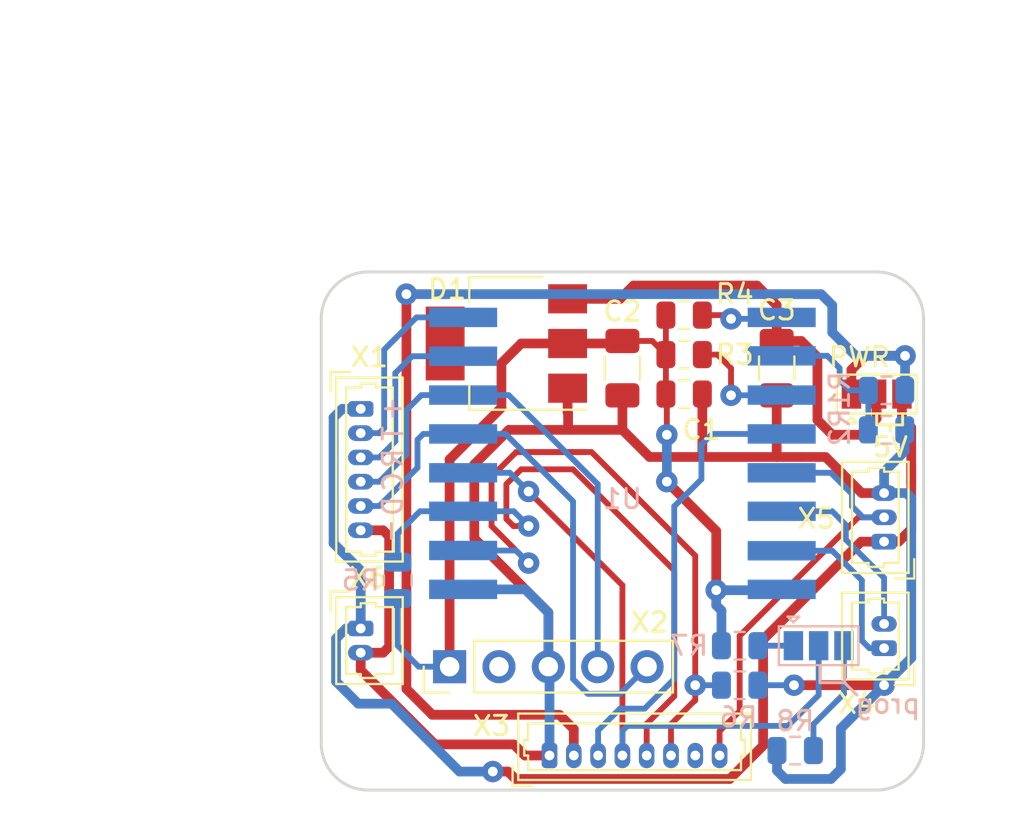
<source format=kicad_pcb>
(kicad_pcb (version 20171130) (host pcbnew "(5.0.1)-3")

  (general
    (thickness 1.6)
    (drawings 63)
    (tracks 270)
    (zones 0)
    (modules 25)
    (nets 22)
  )

  (page A4)
  (title_block
    (title "Drone Flight Controller - Cicada Micro")
    (date 2024-04-16)
    (rev 2)
    (company anton.sysoev.ru68@gmail.com)
    (comment 2 "Anton Sysoev")
  )

  (layers
    (0 F.Cu signal)
    (31 B.Cu signal)
    (32 B.Adhes user)
    (33 F.Adhes user)
    (34 B.Paste user)
    (35 F.Paste user)
    (36 B.SilkS user)
    (37 F.SilkS user)
    (38 B.Mask user)
    (39 F.Mask user)
    (40 Dwgs.User user)
    (41 Cmts.User user hide)
    (42 Eco1.User user)
    (43 Eco2.User user)
    (44 Edge.Cuts user)
    (45 Margin user)
    (46 B.CrtYd user)
    (47 F.CrtYd user)
    (48 B.Fab user hide)
    (49 F.Fab user hide)
  )

  (setup
    (last_trace_width 0.5)
    (trace_clearance 0.2)
    (zone_clearance 0.3)
    (zone_45_only no)
    (trace_min 0.3)
    (segment_width 0.15)
    (edge_width 0.15)
    (via_size 1.1)
    (via_drill 0.5)
    (via_min_size 0.4)
    (via_min_drill 0.3)
    (uvia_size 0.3)
    (uvia_drill 0.1)
    (uvias_allowed no)
    (uvia_min_size 0.2)
    (uvia_min_drill 0.1)
    (pcb_text_width 0.3)
    (pcb_text_size 1.5 1.5)
    (mod_edge_width 0.15)
    (mod_text_size 1 1)
    (mod_text_width 0.15)
    (pad_size 6 6)
    (pad_drill 6)
    (pad_to_mask_clearance 0.051)
    (solder_mask_min_width 0.25)
    (aux_axis_origin 140.97 82.804)
    (visible_elements 7FFFFF7F)
    (pcbplotparams
      (layerselection 0x010f0_ffffffff)
      (usegerberextensions false)
      (usegerberattributes false)
      (usegerberadvancedattributes false)
      (creategerberjobfile false)
      (excludeedgelayer true)
      (linewidth 0.300000)
      (plotframeref false)
      (viasonmask false)
      (mode 1)
      (useauxorigin false)
      (hpglpennumber 1)
      (hpglpenspeed 20)
      (hpglpendiameter 15.000000)
      (psnegative false)
      (psa4output false)
      (plotreference true)
      (plotvalue false)
      (plotinvisibletext false)
      (padsonsilk false)
      (subtractmaskfromsilk false)
      (outputformat 1)
      (mirror false)
      (drillshape 0)
      (scaleselection 1)
      (outputdirectory "../../../prod/hardware/cicada-micro-v2/"))
  )

  (net 0 "")
  (net 1 +3V3)
  (net 2 GNDD)
  (net 3 +BATT)
  (net 4 "Net-(JP1-Pad1)")
  (net 5 /M3)
  (net 6 "Net-(JP1-Pad3)")
  (net 7 /M2)
  (net 8 /M1)
  (net 9 /SDA)
  (net 10 /SCL)
  (net 11 /TXD)
  (net 12 /RXD)
  (net 13 /M4)
  (net 14 "Net-(R1-Pad2)")
  (net 15 "Net-(R3-Pad2)")
  (net 16 "Net-(R4-Pad2)")
  (net 17 "Net-(C3-Pad1)")
  (net 18 +5V)
  (net 19 /OESERVO)
  (net 20 /RX2)
  (net 21 /TX2)

  (net_class Default "Это класс цепей по умолчанию."
    (clearance 0.2)
    (trace_width 0.5)
    (via_dia 1.1)
    (via_drill 0.5)
    (uvia_dia 0.3)
    (uvia_drill 0.1)
    (diff_pair_gap 0.25)
    (diff_pair_width 0.3)
    (add_net +5V)
    (add_net /M1)
    (add_net /M2)
    (add_net /M3)
    (add_net /M4)
    (add_net /OESERVO)
    (add_net /RX2)
    (add_net /RXD)
    (add_net /SCL)
    (add_net /SDA)
    (add_net /TX2)
    (add_net /TXD)
    (add_net "Net-(C3-Pad1)")
    (add_net "Net-(JP1-Pad1)")
    (add_net "Net-(JP1-Pad3)")
    (add_net "Net-(R1-Pad2)")
    (add_net "Net-(R3-Pad2)")
    (add_net "Net-(R4-Pad2)")
  )

  (net_class power ""
    (clearance 0.2)
    (trace_width 0.8)
    (via_dia 1.1)
    (via_drill 0.5)
    (uvia_dia 0.3)
    (uvia_drill 0.1)
    (diff_pair_gap 0.25)
    (diff_pair_width 0.3)
    (add_net +3V3)
    (add_net +BATT)
    (add_net GNDD)
  )

  (module Jumper:SolderJumper-3_P1.3mm_Open_Pad1.0x1.5mm (layer B.Cu) (tedit 658EAF69) (tstamp 658E79AE)
    (at 151.0665 90.3605)
    (descr "SMD Solder 3-pad Jumper, 1x1.5mm Pads, 0.3mm gap, open")
    (tags "solder jumper open")
    (path /5FF20D20)
    (attr virtual)
    (fp_text reference JP1 (at 3.81 0) (layer B.SilkS) hide
      (effects (font (size 1 1) (thickness 0.15)) (justify mirror))
    )
    (fp_text value Jumper_3_Bridged12 (at 0 -2) (layer B.Fab)
      (effects (font (size 1 1) (thickness 0.15)) (justify mirror))
    )
    (fp_line (start 2.3 -1.25) (end -2.3 -1.25) (layer B.CrtYd) (width 0.05))
    (fp_line (start 2.3 -1.25) (end 2.3 1.25) (layer B.CrtYd) (width 0.05))
    (fp_line (start -2.3 1.25) (end -2.3 -1.25) (layer B.CrtYd) (width 0.05))
    (fp_line (start -2.3 1.25) (end 2.3 1.25) (layer B.CrtYd) (width 0.05))
    (fp_line (start -2.05 1) (end 2.05 1) (layer B.SilkS) (width 0.12))
    (fp_line (start 2.05 1) (end 2.05 -1) (layer B.SilkS) (width 0.12))
    (fp_line (start 2.05 -1) (end -2.05 -1) (layer B.SilkS) (width 0.12))
    (fp_line (start -2.05 -1) (end -2.05 1) (layer B.SilkS) (width 0.12))
    (fp_line (start -1.3 -1.2) (end -1.6 -1.5) (layer B.SilkS) (width 0.12))
    (fp_line (start -1.6 -1.5) (end -1 -1.5) (layer B.SilkS) (width 0.12))
    (fp_line (start -1.3 -1.2) (end -1 -1.5) (layer B.SilkS) (width 0.12))
    (pad 1 smd rect (at -1.3 0) (size 1 1.5) (layers B.Cu B.Mask)
      (net 4 "Net-(JP1-Pad1)"))
    (pad 2 smd rect (at 0 0) (size 1 1.5) (layers B.Cu B.Mask)
      (net 5 /M3))
    (pad 3 smd rect (at 1.3 0) (size 1 1.5) (layers B.Cu B.Mask)
      (net 6 "Net-(JP1-Pad3)"))
  )

  (module custom:ESP-07-ThroughMount (layer B.Cu) (tedit 655B15B8) (tstamp 6008CD49)
    (at 140.97 78.359 180)
    (path /5FF1BA92)
    (autoplace_cost90 1)
    (autoplace_cost180 1)
    (fp_text reference U1 (at 0 -4.445 180) (layer B.SilkS)
      (effects (font (size 1 1) (thickness 0.15)) (justify mirror))
    )
    (fp_text value ESP-07 (at 0 0 180) (layer B.Fab) hide
      (effects (font (size 1 1) (thickness 0.15)) (justify mirror))
    )
    (fp_line (start -8 10.6) (end 8 10.6) (layer B.Fab) (width 0.15))
    (fp_line (start 8 10.6) (end 8 -10.6) (layer B.Fab) (width 0.15))
    (fp_line (start 8 -10.6) (end -8 -10.6) (layer B.Fab) (width 0.15))
    (fp_line (start -8 -10.6) (end -8 10.6) (layer B.Fab) (width 0.15))
    (fp_line (start -8.7 -10.9) (end 8.8 -10.9) (layer B.CrtYd) (width 0.15))
    (fp_line (start 8.8 -10.9) (end 8.8 11.9) (layer B.CrtYd) (width 0.15))
    (fp_line (start 8.8 11.9) (end -8.7 11.9) (layer B.CrtYd) (width 0.15))
    (fp_line (start -8.7 11.9) (end -8.7 -10.9) (layer B.CrtYd) (width 0.15))
    (pad 1 smd rect (at -9.144 4.9 180) (size 3.5 1) (drill (offset 0.95 0)) (layers B.Cu B.Paste B.Mask)
      (net 16 "Net-(R4-Pad2)") (solder_mask_margin 0.1))
    (pad 2 smd rect (at -9.144 2.921 180) (size 3.5 1) (drill (offset 0.95 0)) (layers B.Cu B.Paste B.Mask)
      (net 14 "Net-(R1-Pad2)") (solder_mask_margin 0.1))
    (pad 3 smd rect (at -9.144 0.9 180) (size 3.5 1) (drill (offset 0.95 0)) (layers B.Cu B.Paste B.Mask)
      (net 15 "Net-(R3-Pad2)") (solder_mask_margin 0.1))
    (pad 4 smd rect (at -9.144 -1.1 180) (size 3.5 1) (drill (offset 0.95 0)) (layers B.Cu B.Paste B.Mask)
      (net 13 /M4) (solder_mask_margin 0.1))
    (pad 5 smd rect (at -9.144 -3.1 180) (size 3.5 1) (drill (offset 0.95 0)) (layers B.Cu B.Paste B.Mask)
      (net 19 /OESERVO) (solder_mask_margin 0.1))
    (pad 6 smd rect (at -9.144 -5.08 180) (size 3.5 1) (drill (offset 0.95 0)) (layers B.Cu B.Paste B.Mask)
      (net 20 /RX2) (solder_mask_margin 0.1))
    (pad 7 smd rect (at -9.144 -7.112 180) (size 3.5 1) (drill (offset 0.95 0)) (layers B.Cu B.Paste B.Mask)
      (net 21 /TX2) (solder_mask_margin 0.1))
    (pad 8 smd rect (at -9.144 -9.1 180) (size 3.5 1) (drill (offset 0.95 0)) (layers B.Cu B.Paste B.Mask)
      (net 1 +3V3) (solder_mask_margin 0.1))
    (pad 9 smd rect (at 9.144 -9.1) (size 3.5 1) (drill (offset 0.95 0)) (layers B.Cu B.Paste B.Mask)
      (net 2 GNDD) (solder_mask_margin 0.1))
    (pad 10 smd rect (at 9.144 -7.1) (size 3.5 1) (drill (offset 0.95 0)) (layers B.Cu B.Paste B.Mask)
      (net 8 /M1) (solder_mask_margin 0.1))
    (pad 11 smd rect (at 9.144 -5.08) (size 3.5 1) (drill (offset 0.95 0)) (layers B.Cu B.Paste B.Mask)
      (net 7 /M2) (solder_mask_margin 0.1))
    (pad 12 smd rect (at 9.144 -3.1) (size 3.5 1) (drill (offset 0.95 0)) (layers B.Cu B.Paste B.Mask)
      (net 5 /M3) (solder_mask_margin 0.1))
    (pad 13 smd rect (at 9.144 -1.1) (size 3.5 1) (drill (offset 0.95 0)) (layers B.Cu B.Paste B.Mask)
      (net 9 /SDA) (solder_mask_margin 0.1))
    (pad 14 smd rect (at 9.144 0.9) (size 3.5 1) (drill (offset 0.95 0)) (layers B.Cu B.Paste B.Mask)
      (net 10 /SCL) (solder_mask_margin 0.1))
    (pad 15 smd rect (at 9.144 2.9) (size 3.5 1) (drill (offset 0.95 0)) (layers B.Cu B.Paste B.Mask)
      (net 12 /RXD) (solder_mask_margin 0.1))
    (pad 16 smd rect (at 9.144 4.9) (size 3.5 1) (drill (offset 0.95 0)) (layers B.Cu B.Paste B.Mask)
      (net 11 /TXD) (solder_mask_margin 0.1))
    (model D:/Projects/Devices/MyCopter/hardware/libs/custom.pretty/ESP07.STEP
      (offset (xyz -0.32 -0.76 0))
      (scale (xyz 1 1 1))
      (rotate (xyz -90 0 0))
    )
  )

  (module Capacitor_SMD:C_0805_2012Metric (layer F.Cu) (tedit 5B36C52B) (tstamp 658E795F)
    (at 144.145 77.4065)
    (descr "Capacitor SMD 0805 (2012 Metric), square (rectangular) end terminal, IPC_7351 nominal, (Body size source: https://docs.google.com/spreadsheets/d/1BsfQQcO9C6DZCsRaXUlFlo91Tg2WpOkGARC1WS5S8t0/edit?usp=sharing), generated with kicad-footprint-generator")
    (tags capacitor)
    (path /5FF1BAAE)
    (attr smd)
    (fp_text reference C1 (at 0.889 1.8415) (layer F.SilkS)
      (effects (font (size 1 1) (thickness 0.15)))
    )
    (fp_text value "100 nF" (at 0 1.65) (layer F.Fab)
      (effects (font (size 1 1) (thickness 0.15)))
    )
    (fp_line (start -1 0.6) (end -1 -0.6) (layer F.Fab) (width 0.1))
    (fp_line (start -1 -0.6) (end 1 -0.6) (layer F.Fab) (width 0.1))
    (fp_line (start 1 -0.6) (end 1 0.6) (layer F.Fab) (width 0.1))
    (fp_line (start 1 0.6) (end -1 0.6) (layer F.Fab) (width 0.1))
    (fp_line (start -0.258578 -0.71) (end 0.258578 -0.71) (layer F.SilkS) (width 0.12))
    (fp_line (start -0.258578 0.71) (end 0.258578 0.71) (layer F.SilkS) (width 0.12))
    (fp_line (start -1.68 0.95) (end -1.68 -0.95) (layer F.CrtYd) (width 0.05))
    (fp_line (start -1.68 -0.95) (end 1.68 -0.95) (layer F.CrtYd) (width 0.05))
    (fp_line (start 1.68 -0.95) (end 1.68 0.95) (layer F.CrtYd) (width 0.05))
    (fp_line (start 1.68 0.95) (end -1.68 0.95) (layer F.CrtYd) (width 0.05))
    (fp_text user %R (at 0 0) (layer F.Fab)
      (effects (font (size 0.5 0.5) (thickness 0.08)))
    )
    (pad 1 smd roundrect (at -0.9375 0) (size 0.975 1.4) (layers F.Cu F.Paste F.Mask) (roundrect_rratio 0.25)
      (net 1 +3V3))
    (pad 2 smd roundrect (at 0.9375 0) (size 0.975 1.4) (layers F.Cu F.Paste F.Mask) (roundrect_rratio 0.25)
      (net 2 GNDD))
    (model ${KISYS3DMOD}/Capacitor_SMD.3dshapes/C_0805_2012Metric.wrl
      (at (xyz 0 0 0))
      (scale (xyz 1 1 1))
      (rotate (xyz 0 0 0))
    )
  )

  (module Capacitor_SMD:C_1206_3216Metric (layer F.Cu) (tedit 5B301BBE) (tstamp 658E7970)
    (at 140.97 76.073 270)
    (descr "Capacitor SMD 1206 (3216 Metric), square (rectangular) end terminal, IPC_7351 nominal, (Body size source: http://www.tortai-tech.com/upload/download/2011102023233369053.pdf), generated with kicad-footprint-generator")
    (tags capacitor)
    (path /5FF0A63D)
    (attr smd)
    (fp_text reference C2 (at -2.921 0) (layer F.SilkS)
      (effects (font (size 1 1) (thickness 0.15)))
    )
    (fp_text value "20 uF" (at 0 1.82 270) (layer F.Fab)
      (effects (font (size 1 1) (thickness 0.15)))
    )
    (fp_text user %R (at 0 0 270) (layer F.Fab)
      (effects (font (size 0.8 0.8) (thickness 0.12)))
    )
    (fp_line (start 2.28 1.12) (end -2.28 1.12) (layer F.CrtYd) (width 0.05))
    (fp_line (start 2.28 -1.12) (end 2.28 1.12) (layer F.CrtYd) (width 0.05))
    (fp_line (start -2.28 -1.12) (end 2.28 -1.12) (layer F.CrtYd) (width 0.05))
    (fp_line (start -2.28 1.12) (end -2.28 -1.12) (layer F.CrtYd) (width 0.05))
    (fp_line (start -0.602064 0.91) (end 0.602064 0.91) (layer F.SilkS) (width 0.12))
    (fp_line (start -0.602064 -0.91) (end 0.602064 -0.91) (layer F.SilkS) (width 0.12))
    (fp_line (start 1.6 0.8) (end -1.6 0.8) (layer F.Fab) (width 0.1))
    (fp_line (start 1.6 -0.8) (end 1.6 0.8) (layer F.Fab) (width 0.1))
    (fp_line (start -1.6 -0.8) (end 1.6 -0.8) (layer F.Fab) (width 0.1))
    (fp_line (start -1.6 0.8) (end -1.6 -0.8) (layer F.Fab) (width 0.1))
    (pad 2 smd roundrect (at 1.4 0 270) (size 1.25 1.75) (layers F.Cu F.Paste F.Mask) (roundrect_rratio 0.2)
      (net 2 GNDD))
    (pad 1 smd roundrect (at -1.4 0 270) (size 1.25 1.75) (layers F.Cu F.Paste F.Mask) (roundrect_rratio 0.2)
      (net 1 +3V3))
    (model ${KISYS3DMOD}/Capacitor_SMD.3dshapes/C_1206_3216Metric.wrl
      (at (xyz 0 0 0))
      (scale (xyz 1 1 1))
      (rotate (xyz 0 0 0))
    )
  )

  (module Capacitor_SMD:C_1206_3216Metric (layer F.Cu) (tedit 5B301BBE) (tstamp 658E7981)
    (at 148.9075 76.073 270)
    (descr "Capacitor SMD 1206 (3216 Metric), square (rectangular) end terminal, IPC_7351 nominal, (Body size source: http://www.tortai-tech.com/upload/download/2011102023233369053.pdf), generated with kicad-footprint-generator")
    (tags capacitor)
    (path /5FF0A617)
    (attr smd)
    (fp_text reference C3 (at -2.9845 0 180) (layer F.SilkS)
      (effects (font (size 1 1) (thickness 0.15)))
    )
    (fp_text value "20 uF" (at 0 1.82 270) (layer F.Fab)
      (effects (font (size 1 1) (thickness 0.15)))
    )
    (fp_line (start -1.6 0.8) (end -1.6 -0.8) (layer F.Fab) (width 0.1))
    (fp_line (start -1.6 -0.8) (end 1.6 -0.8) (layer F.Fab) (width 0.1))
    (fp_line (start 1.6 -0.8) (end 1.6 0.8) (layer F.Fab) (width 0.1))
    (fp_line (start 1.6 0.8) (end -1.6 0.8) (layer F.Fab) (width 0.1))
    (fp_line (start -0.602064 -0.91) (end 0.602064 -0.91) (layer F.SilkS) (width 0.12))
    (fp_line (start -0.602064 0.91) (end 0.602064 0.91) (layer F.SilkS) (width 0.12))
    (fp_line (start -2.28 1.12) (end -2.28 -1.12) (layer F.CrtYd) (width 0.05))
    (fp_line (start -2.28 -1.12) (end 2.28 -1.12) (layer F.CrtYd) (width 0.05))
    (fp_line (start 2.28 -1.12) (end 2.28 1.12) (layer F.CrtYd) (width 0.05))
    (fp_line (start 2.28 1.12) (end -2.28 1.12) (layer F.CrtYd) (width 0.05))
    (fp_text user %R (at 0 0 270) (layer F.Fab)
      (effects (font (size 0.8 0.8) (thickness 0.12)))
    )
    (pad 1 smd roundrect (at -1.4 0 270) (size 1.25 1.75) (layers F.Cu F.Paste F.Mask) (roundrect_rratio 0.2)
      (net 17 "Net-(C3-Pad1)"))
    (pad 2 smd roundrect (at 1.4 0 270) (size 1.25 1.75) (layers F.Cu F.Paste F.Mask) (roundrect_rratio 0.2)
      (net 2 GNDD))
    (model ${KISYS3DMOD}/Capacitor_SMD.3dshapes/C_1206_3216Metric.wrl
      (at (xyz 0 0 0))
      (scale (xyz 1 1 1))
      (rotate (xyz 0 0 0))
    )
  )

  (module Package_TO_SOT_SMD:SOT-223-3_TabPin2 (layer F.Cu) (tedit 5A02FF57) (tstamp 658EAF84)
    (at 135.001 74.803 180)
    (descr "module CMS SOT223 4 pins")
    (tags "CMS SOT")
    (path /5FF0A630)
    (attr smd)
    (fp_text reference D1 (at 3.048 2.794 180) (layer F.SilkS)
      (effects (font (size 1 1) (thickness 0.15)))
    )
    (fp_text value LDL1117SR33 (at 0 4.5 180) (layer F.Fab)
      (effects (font (size 1 1) (thickness 0.15)))
    )
    (fp_text user %R (at 0 0 270) (layer F.Fab)
      (effects (font (size 0.8 0.8) (thickness 0.12)))
    )
    (fp_line (start 1.91 3.41) (end 1.91 2.15) (layer F.SilkS) (width 0.12))
    (fp_line (start 1.91 -3.41) (end 1.91 -2.15) (layer F.SilkS) (width 0.12))
    (fp_line (start 4.4 -3.6) (end -4.4 -3.6) (layer F.CrtYd) (width 0.05))
    (fp_line (start 4.4 3.6) (end 4.4 -3.6) (layer F.CrtYd) (width 0.05))
    (fp_line (start -4.4 3.6) (end 4.4 3.6) (layer F.CrtYd) (width 0.05))
    (fp_line (start -4.4 -3.6) (end -4.4 3.6) (layer F.CrtYd) (width 0.05))
    (fp_line (start -1.85 -2.35) (end -0.85 -3.35) (layer F.Fab) (width 0.1))
    (fp_line (start -1.85 -2.35) (end -1.85 3.35) (layer F.Fab) (width 0.1))
    (fp_line (start -1.85 3.41) (end 1.91 3.41) (layer F.SilkS) (width 0.12))
    (fp_line (start -0.85 -3.35) (end 1.85 -3.35) (layer F.Fab) (width 0.1))
    (fp_line (start -4.1 -3.41) (end 1.91 -3.41) (layer F.SilkS) (width 0.12))
    (fp_line (start -1.85 3.35) (end 1.85 3.35) (layer F.Fab) (width 0.1))
    (fp_line (start 1.85 -3.35) (end 1.85 3.35) (layer F.Fab) (width 0.1))
    (pad 2 smd rect (at 3.15 0 180) (size 2 3.8) (layers F.Cu F.Paste F.Mask)
      (net 1 +3V3))
    (pad 2 smd rect (at -3.15 0 180) (size 2 1.5) (layers F.Cu F.Paste F.Mask)
      (net 1 +3V3))
    (pad 3 smd rect (at -3.15 2.3 180) (size 2 1.5) (layers F.Cu F.Paste F.Mask)
      (net 17 "Net-(C3-Pad1)"))
    (pad 1 smd rect (at -3.15 -2.3 180) (size 2 1.5) (layers F.Cu F.Paste F.Mask)
      (net 2 GNDD))
    (model ${KISYS3DMOD}/Package_TO_SOT_SMD.3dshapes/SOT-223.wrl
      (at (xyz 0 0 0))
      (scale (xyz 1 1 1))
      (rotate (xyz 0 0 0))
    )
  )

  (module Resistor_SMD:R_0805_2012Metric (layer B.Cu) (tedit 5B36C52B) (tstamp 658E79BF)
    (at 154.559 77.216 180)
    (descr "Resistor SMD 0805 (2012 Metric), square (rectangular) end terminal, IPC_7351 nominal, (Body size source: https://docs.google.com/spreadsheets/d/1BsfQQcO9C6DZCsRaXUlFlo91Tg2WpOkGARC1WS5S8t0/edit?usp=sharing), generated with kicad-footprint-generator")
    (tags resistor)
    (path /6591A968)
    (attr smd)
    (fp_text reference R1 (at 2.413 0 270) (layer B.SilkS)
      (effects (font (size 1 1) (thickness 0.15)) (justify mirror))
    )
    (fp_text value 390k (at 0 -1.65 180) (layer B.Fab)
      (effects (font (size 1 1) (thickness 0.15)) (justify mirror))
    )
    (fp_line (start -1 -0.6) (end -1 0.6) (layer B.Fab) (width 0.1))
    (fp_line (start -1 0.6) (end 1 0.6) (layer B.Fab) (width 0.1))
    (fp_line (start 1 0.6) (end 1 -0.6) (layer B.Fab) (width 0.1))
    (fp_line (start 1 -0.6) (end -1 -0.6) (layer B.Fab) (width 0.1))
    (fp_line (start -0.258578 0.71) (end 0.258578 0.71) (layer B.SilkS) (width 0.12))
    (fp_line (start -0.258578 -0.71) (end 0.258578 -0.71) (layer B.SilkS) (width 0.12))
    (fp_line (start -1.68 -0.95) (end -1.68 0.95) (layer B.CrtYd) (width 0.05))
    (fp_line (start -1.68 0.95) (end 1.68 0.95) (layer B.CrtYd) (width 0.05))
    (fp_line (start 1.68 0.95) (end 1.68 -0.95) (layer B.CrtYd) (width 0.05))
    (fp_line (start 1.68 -0.95) (end -1.68 -0.95) (layer B.CrtYd) (width 0.05))
    (fp_text user %R (at 0 0 180) (layer B.Fab)
      (effects (font (size 0.5 0.5) (thickness 0.08)) (justify mirror))
    )
    (pad 1 smd roundrect (at -0.9375 0 180) (size 0.975 1.4) (layers B.Cu B.Paste B.Mask) (roundrect_rratio 0.25)
      (net 3 +BATT))
    (pad 2 smd roundrect (at 0.9375 0 180) (size 0.975 1.4) (layers B.Cu B.Paste B.Mask) (roundrect_rratio 0.25)
      (net 14 "Net-(R1-Pad2)"))
    (model ${KISYS3DMOD}/Resistor_SMD.3dshapes/R_0805_2012Metric.wrl
      (at (xyz 0 0 0))
      (scale (xyz 1 1 1))
      (rotate (xyz 0 0 0))
    )
  )

  (module Resistor_SMD:R_0805_2012Metric (layer B.Cu) (tedit 5B36C52B) (tstamp 658E79D0)
    (at 154.559 79.248)
    (descr "Resistor SMD 0805 (2012 Metric), square (rectangular) end terminal, IPC_7351 nominal, (Body size source: https://docs.google.com/spreadsheets/d/1BsfQQcO9C6DZCsRaXUlFlo91Tg2WpOkGARC1WS5S8t0/edit?usp=sharing), generated with kicad-footprint-generator")
    (tags resistor)
    (path /6591AA56)
    (attr smd)
    (fp_text reference R2 (at -2.413 -0.127 90) (layer B.SilkS)
      (effects (font (size 1 1) (thickness 0.15)) (justify mirror))
    )
    (fp_text value 30k (at 0 -1.65) (layer B.Fab)
      (effects (font (size 1 1) (thickness 0.15)) (justify mirror))
    )
    (fp_text user %R (at 0 0) (layer B.Fab)
      (effects (font (size 0.5 0.5) (thickness 0.08)) (justify mirror))
    )
    (fp_line (start 1.68 -0.95) (end -1.68 -0.95) (layer B.CrtYd) (width 0.05))
    (fp_line (start 1.68 0.95) (end 1.68 -0.95) (layer B.CrtYd) (width 0.05))
    (fp_line (start -1.68 0.95) (end 1.68 0.95) (layer B.CrtYd) (width 0.05))
    (fp_line (start -1.68 -0.95) (end -1.68 0.95) (layer B.CrtYd) (width 0.05))
    (fp_line (start -0.258578 -0.71) (end 0.258578 -0.71) (layer B.SilkS) (width 0.12))
    (fp_line (start -0.258578 0.71) (end 0.258578 0.71) (layer B.SilkS) (width 0.12))
    (fp_line (start 1 -0.6) (end -1 -0.6) (layer B.Fab) (width 0.1))
    (fp_line (start 1 0.6) (end 1 -0.6) (layer B.Fab) (width 0.1))
    (fp_line (start -1 0.6) (end 1 0.6) (layer B.Fab) (width 0.1))
    (fp_line (start -1 -0.6) (end -1 0.6) (layer B.Fab) (width 0.1))
    (pad 2 smd roundrect (at 0.9375 0) (size 0.975 1.4) (layers B.Cu B.Paste B.Mask) (roundrect_rratio 0.25)
      (net 2 GNDD))
    (pad 1 smd roundrect (at -0.9375 0) (size 0.975 1.4) (layers B.Cu B.Paste B.Mask) (roundrect_rratio 0.25)
      (net 14 "Net-(R1-Pad2)"))
    (model ${KISYS3DMOD}/Resistor_SMD.3dshapes/R_0805_2012Metric.wrl
      (at (xyz 0 0 0))
      (scale (xyz 1 1 1))
      (rotate (xyz 0 0 0))
    )
  )

  (module Resistor_SMD:R_0805_2012Metric (layer F.Cu) (tedit 5B36C52B) (tstamp 658E79E1)
    (at 144.145 75.3745)
    (descr "Resistor SMD 0805 (2012 Metric), square (rectangular) end terminal, IPC_7351 nominal, (Body size source: https://docs.google.com/spreadsheets/d/1BsfQQcO9C6DZCsRaXUlFlo91Tg2WpOkGARC1WS5S8t0/edit?usp=sharing), generated with kicad-footprint-generator")
    (tags resistor)
    (path /5FF1BAA0)
    (attr smd)
    (fp_text reference R3 (at 2.6035 0) (layer F.SilkS)
      (effects (font (size 1 1) (thickness 0.15)))
    )
    (fp_text value 3k3 (at 0 1.65) (layer F.Fab)
      (effects (font (size 1 1) (thickness 0.15)))
    )
    (fp_line (start -1 0.6) (end -1 -0.6) (layer F.Fab) (width 0.1))
    (fp_line (start -1 -0.6) (end 1 -0.6) (layer F.Fab) (width 0.1))
    (fp_line (start 1 -0.6) (end 1 0.6) (layer F.Fab) (width 0.1))
    (fp_line (start 1 0.6) (end -1 0.6) (layer F.Fab) (width 0.1))
    (fp_line (start -0.258578 -0.71) (end 0.258578 -0.71) (layer F.SilkS) (width 0.12))
    (fp_line (start -0.258578 0.71) (end 0.258578 0.71) (layer F.SilkS) (width 0.12))
    (fp_line (start -1.68 0.95) (end -1.68 -0.95) (layer F.CrtYd) (width 0.05))
    (fp_line (start -1.68 -0.95) (end 1.68 -0.95) (layer F.CrtYd) (width 0.05))
    (fp_line (start 1.68 -0.95) (end 1.68 0.95) (layer F.CrtYd) (width 0.05))
    (fp_line (start 1.68 0.95) (end -1.68 0.95) (layer F.CrtYd) (width 0.05))
    (fp_text user %R (at 0 0) (layer F.Fab)
      (effects (font (size 0.5 0.5) (thickness 0.08)))
    )
    (pad 1 smd roundrect (at -0.9375 0) (size 0.975 1.4) (layers F.Cu F.Paste F.Mask) (roundrect_rratio 0.25)
      (net 1 +3V3))
    (pad 2 smd roundrect (at 0.9375 0) (size 0.975 1.4) (layers F.Cu F.Paste F.Mask) (roundrect_rratio 0.25)
      (net 15 "Net-(R3-Pad2)"))
    (model ${KISYS3DMOD}/Resistor_SMD.3dshapes/R_0805_2012Metric.wrl
      (at (xyz 0 0 0))
      (scale (xyz 1 1 1))
      (rotate (xyz 0 0 0))
    )
  )

  (module Resistor_SMD:R_0805_2012Metric (layer F.Cu) (tedit 5B36C52B) (tstamp 658E79F2)
    (at 144.145 73.3425)
    (descr "Resistor SMD 0805 (2012 Metric), square (rectangular) end terminal, IPC_7351 nominal, (Body size source: https://docs.google.com/spreadsheets/d/1BsfQQcO9C6DZCsRaXUlFlo91Tg2WpOkGARC1WS5S8t0/edit?usp=sharing), generated with kicad-footprint-generator")
    (tags resistor)
    (path /5FF1BA99)
    (attr smd)
    (fp_text reference R4 (at 2.6035 -1.0795) (layer F.SilkS)
      (effects (font (size 1 1) (thickness 0.15)))
    )
    (fp_text value 3k3 (at 0 1.65) (layer F.Fab)
      (effects (font (size 1 1) (thickness 0.15)))
    )
    (fp_text user %R (at 0 0) (layer F.Fab)
      (effects (font (size 0.5 0.5) (thickness 0.08)))
    )
    (fp_line (start 1.68 0.95) (end -1.68 0.95) (layer F.CrtYd) (width 0.05))
    (fp_line (start 1.68 -0.95) (end 1.68 0.95) (layer F.CrtYd) (width 0.05))
    (fp_line (start -1.68 -0.95) (end 1.68 -0.95) (layer F.CrtYd) (width 0.05))
    (fp_line (start -1.68 0.95) (end -1.68 -0.95) (layer F.CrtYd) (width 0.05))
    (fp_line (start -0.258578 0.71) (end 0.258578 0.71) (layer F.SilkS) (width 0.12))
    (fp_line (start -0.258578 -0.71) (end 0.258578 -0.71) (layer F.SilkS) (width 0.12))
    (fp_line (start 1 0.6) (end -1 0.6) (layer F.Fab) (width 0.1))
    (fp_line (start 1 -0.6) (end 1 0.6) (layer F.Fab) (width 0.1))
    (fp_line (start -1 -0.6) (end 1 -0.6) (layer F.Fab) (width 0.1))
    (fp_line (start -1 0.6) (end -1 -0.6) (layer F.Fab) (width 0.1))
    (pad 2 smd roundrect (at 0.9375 0) (size 0.975 1.4) (layers F.Cu F.Paste F.Mask) (roundrect_rratio 0.25)
      (net 16 "Net-(R4-Pad2)"))
    (pad 1 smd roundrect (at -0.9375 0) (size 0.975 1.4) (layers F.Cu F.Paste F.Mask) (roundrect_rratio 0.25)
      (net 1 +3V3))
    (model ${KISYS3DMOD}/Resistor_SMD.3dshapes/R_0805_2012Metric.wrl
      (at (xyz 0 0 0))
      (scale (xyz 1 1 1))
      (rotate (xyz 0 0 0))
    )
  )

  (module Resistor_SMD:R_0805_2012Metric (layer B.Cu) (tedit 5B36C52B) (tstamp 658E7A03)
    (at 129.413 86.995 90)
    (descr "Resistor SMD 0805 (2012 Metric), square (rectangular) end terminal, IPC_7351 nominal, (Body size source: https://docs.google.com/spreadsheets/d/1BsfQQcO9C6DZCsRaXUlFlo91Tg2WpOkGARC1WS5S8t0/edit?usp=sharing), generated with kicad-footprint-generator")
    (tags resistor)
    (path /5FF1BAC1)
    (attr smd)
    (fp_text reference R5 (at 0 -1.905 180) (layer B.SilkS)
      (effects (font (size 1 1) (thickness 0.15)) (justify mirror))
    )
    (fp_text value 3k3 (at 0 -1.65 90) (layer B.Fab)
      (effects (font (size 1 1) (thickness 0.15)) (justify mirror))
    )
    (fp_line (start -1 -0.6) (end -1 0.6) (layer B.Fab) (width 0.1))
    (fp_line (start -1 0.6) (end 1 0.6) (layer B.Fab) (width 0.1))
    (fp_line (start 1 0.6) (end 1 -0.6) (layer B.Fab) (width 0.1))
    (fp_line (start 1 -0.6) (end -1 -0.6) (layer B.Fab) (width 0.1))
    (fp_line (start -0.258578 0.71) (end 0.258578 0.71) (layer B.SilkS) (width 0.12))
    (fp_line (start -0.258578 -0.71) (end 0.258578 -0.71) (layer B.SilkS) (width 0.12))
    (fp_line (start -1.68 -0.95) (end -1.68 0.95) (layer B.CrtYd) (width 0.05))
    (fp_line (start -1.68 0.95) (end 1.68 0.95) (layer B.CrtYd) (width 0.05))
    (fp_line (start 1.68 0.95) (end 1.68 -0.95) (layer B.CrtYd) (width 0.05))
    (fp_line (start 1.68 -0.95) (end -1.68 -0.95) (layer B.CrtYd) (width 0.05))
    (fp_text user %R (at 0 0 90) (layer B.Fab)
      (effects (font (size 0.5 0.5) (thickness 0.08)) (justify mirror))
    )
    (pad 1 smd roundrect (at -0.9375 0 90) (size 0.975 1.4) (layers B.Cu B.Paste B.Mask) (roundrect_rratio 0.25)
      (net 1 +3V3))
    (pad 2 smd roundrect (at 0.9375 0 90) (size 0.975 1.4) (layers B.Cu B.Paste B.Mask) (roundrect_rratio 0.25)
      (net 7 /M2))
    (model ${KISYS3DMOD}/Resistor_SMD.3dshapes/R_0805_2012Metric.wrl
      (at (xyz 0 0 0))
      (scale (xyz 1 1 1))
      (rotate (xyz 0 0 0))
    )
  )

  (module Resistor_SMD:R_0805_2012Metric (layer B.Cu) (tedit 5B36C52B) (tstamp 658E7A14)
    (at 147.0025 92.3925)
    (descr "Resistor SMD 0805 (2012 Metric), square (rectangular) end terminal, IPC_7351 nominal, (Body size source: https://docs.google.com/spreadsheets/d/1BsfQQcO9C6DZCsRaXUlFlo91Tg2WpOkGARC1WS5S8t0/edit?usp=sharing), generated with kicad-footprint-generator")
    (tags resistor)
    (path /5FF1BAA7)
    (attr smd)
    (fp_text reference R6 (at -0.0635 1.651) (layer B.SilkS)
      (effects (font (size 1 1) (thickness 0.15)) (justify mirror))
    )
    (fp_text value 3k3 (at 0 -1.65) (layer B.Fab)
      (effects (font (size 1 1) (thickness 0.15)) (justify mirror))
    )
    (fp_text user %R (at 0 0) (layer B.Fab)
      (effects (font (size 0.5 0.5) (thickness 0.08)) (justify mirror))
    )
    (fp_line (start 1.68 -0.95) (end -1.68 -0.95) (layer B.CrtYd) (width 0.05))
    (fp_line (start 1.68 0.95) (end 1.68 -0.95) (layer B.CrtYd) (width 0.05))
    (fp_line (start -1.68 0.95) (end 1.68 0.95) (layer B.CrtYd) (width 0.05))
    (fp_line (start -1.68 -0.95) (end -1.68 0.95) (layer B.CrtYd) (width 0.05))
    (fp_line (start -0.258578 -0.71) (end 0.258578 -0.71) (layer B.SilkS) (width 0.12))
    (fp_line (start -0.258578 0.71) (end 0.258578 0.71) (layer B.SilkS) (width 0.12))
    (fp_line (start 1 -0.6) (end -1 -0.6) (layer B.Fab) (width 0.1))
    (fp_line (start 1 0.6) (end 1 -0.6) (layer B.Fab) (width 0.1))
    (fp_line (start -1 0.6) (end 1 0.6) (layer B.Fab) (width 0.1))
    (fp_line (start -1 -0.6) (end -1 0.6) (layer B.Fab) (width 0.1))
    (pad 2 smd roundrect (at 0.9375 0) (size 0.975 1.4) (layers B.Cu B.Paste B.Mask) (roundrect_rratio 0.25)
      (net 2 GNDD))
    (pad 1 smd roundrect (at -0.9375 0) (size 0.975 1.4) (layers B.Cu B.Paste B.Mask) (roundrect_rratio 0.25)
      (net 8 /M1))
    (model ${KISYS3DMOD}/Resistor_SMD.3dshapes/R_0805_2012Metric.wrl
      (at (xyz 0 0 0))
      (scale (xyz 1 1 1))
      (rotate (xyz 0 0 0))
    )
  )

  (module Resistor_SMD:R_0805_2012Metric (layer B.Cu) (tedit 5B36C52B) (tstamp 658E7A25)
    (at 147.0025 90.3605)
    (descr "Resistor SMD 0805 (2012 Metric), square (rectangular) end terminal, IPC_7351 nominal, (Body size source: https://docs.google.com/spreadsheets/d/1BsfQQcO9C6DZCsRaXUlFlo91Tg2WpOkGARC1WS5S8t0/edit?usp=sharing), generated with kicad-footprint-generator")
    (tags resistor)
    (path /5FF20D01)
    (attr smd)
    (fp_text reference R7 (at -2.6035 0 -180) (layer B.SilkS)
      (effects (font (size 1 1) (thickness 0.15)) (justify mirror))
    )
    (fp_text value 3k3 (at 0 -1.65) (layer B.Fab)
      (effects (font (size 1 1) (thickness 0.15)) (justify mirror))
    )
    (fp_line (start -1 -0.6) (end -1 0.6) (layer B.Fab) (width 0.1))
    (fp_line (start -1 0.6) (end 1 0.6) (layer B.Fab) (width 0.1))
    (fp_line (start 1 0.6) (end 1 -0.6) (layer B.Fab) (width 0.1))
    (fp_line (start 1 -0.6) (end -1 -0.6) (layer B.Fab) (width 0.1))
    (fp_line (start -0.258578 0.71) (end 0.258578 0.71) (layer B.SilkS) (width 0.12))
    (fp_line (start -0.258578 -0.71) (end 0.258578 -0.71) (layer B.SilkS) (width 0.12))
    (fp_line (start -1.68 -0.95) (end -1.68 0.95) (layer B.CrtYd) (width 0.05))
    (fp_line (start -1.68 0.95) (end 1.68 0.95) (layer B.CrtYd) (width 0.05))
    (fp_line (start 1.68 0.95) (end 1.68 -0.95) (layer B.CrtYd) (width 0.05))
    (fp_line (start 1.68 -0.95) (end -1.68 -0.95) (layer B.CrtYd) (width 0.05))
    (fp_text user %R (at 0 0) (layer B.Fab)
      (effects (font (size 0.5 0.5) (thickness 0.08)) (justify mirror))
    )
    (pad 1 smd roundrect (at -0.9375 0) (size 0.975 1.4) (layers B.Cu B.Paste B.Mask) (roundrect_rratio 0.25)
      (net 1 +3V3))
    (pad 2 smd roundrect (at 0.9375 0) (size 0.975 1.4) (layers B.Cu B.Paste B.Mask) (roundrect_rratio 0.25)
      (net 4 "Net-(JP1-Pad1)"))
    (model ${KISYS3DMOD}/Resistor_SMD.3dshapes/R_0805_2012Metric.wrl
      (at (xyz 0 0 0))
      (scale (xyz 1 1 1))
      (rotate (xyz 0 0 0))
    )
  )

  (module Resistor_SMD:R_0805_2012Metric (layer B.Cu) (tedit 5B36C52B) (tstamp 658E7A36)
    (at 149.86 95.758 180)
    (descr "Resistor SMD 0805 (2012 Metric), square (rectangular) end terminal, IPC_7351 nominal, (Body size source: https://docs.google.com/spreadsheets/d/1BsfQQcO9C6DZCsRaXUlFlo91Tg2WpOkGARC1WS5S8t0/edit?usp=sharing), generated with kicad-footprint-generator")
    (tags resistor)
    (path /5FF20D08)
    (attr smd)
    (fp_text reference R8 (at 0 1.524) (layer B.SilkS)
      (effects (font (size 1 1) (thickness 0.15)) (justify mirror))
    )
    (fp_text value 3k3 (at 0 -1.65 180) (layer B.Fab)
      (effects (font (size 1 1) (thickness 0.15)) (justify mirror))
    )
    (fp_text user %R (at 0 0 180) (layer B.Fab)
      (effects (font (size 0.5 0.5) (thickness 0.08)) (justify mirror))
    )
    (fp_line (start 1.68 -0.95) (end -1.68 -0.95) (layer B.CrtYd) (width 0.05))
    (fp_line (start 1.68 0.95) (end 1.68 -0.95) (layer B.CrtYd) (width 0.05))
    (fp_line (start -1.68 0.95) (end 1.68 0.95) (layer B.CrtYd) (width 0.05))
    (fp_line (start -1.68 -0.95) (end -1.68 0.95) (layer B.CrtYd) (width 0.05))
    (fp_line (start -0.258578 -0.71) (end 0.258578 -0.71) (layer B.SilkS) (width 0.12))
    (fp_line (start -0.258578 0.71) (end 0.258578 0.71) (layer B.SilkS) (width 0.12))
    (fp_line (start 1 -0.6) (end -1 -0.6) (layer B.Fab) (width 0.1))
    (fp_line (start 1 0.6) (end 1 -0.6) (layer B.Fab) (width 0.1))
    (fp_line (start -1 0.6) (end 1 0.6) (layer B.Fab) (width 0.1))
    (fp_line (start -1 -0.6) (end -1 0.6) (layer B.Fab) (width 0.1))
    (pad 2 smd roundrect (at 0.9375 0 180) (size 0.975 1.4) (layers B.Cu B.Paste B.Mask) (roundrect_rratio 0.25)
      (net 2 GNDD))
    (pad 1 smd roundrect (at -0.9375 0 180) (size 0.975 1.4) (layers B.Cu B.Paste B.Mask) (roundrect_rratio 0.25)
      (net 6 "Net-(JP1-Pad3)"))
    (model ${KISYS3DMOD}/Resistor_SMD.3dshapes/R_0805_2012Metric.wrl
      (at (xyz 0 0 0))
      (scale (xyz 1 1 1))
      (rotate (xyz 0 0 0))
    )
  )

  (module Connector_PinHeader_2.54mm:PinHeader_1x05_P2.54mm_Vertical (layer F.Cu) (tedit 59FED5CC) (tstamp 658E7ED5)
    (at 132.08 91.44 90)
    (descr "Through hole straight pin header, 1x05, 2.54mm pitch, single row")
    (tags "Through hole pin header THT 1x05 2.54mm single row")
    (path /658F513F)
    (fp_text reference X2 (at 2.286 10.287 180) (layer F.SilkS)
      (effects (font (size 1 1) (thickness 0.15)))
    )
    (fp_text value "GY-91 Module" (at 0 12.49 90) (layer F.Fab)
      (effects (font (size 1 1) (thickness 0.15)))
    )
    (fp_line (start -0.635 -1.27) (end 1.27 -1.27) (layer F.Fab) (width 0.1))
    (fp_line (start 1.27 -1.27) (end 1.27 11.43) (layer F.Fab) (width 0.1))
    (fp_line (start 1.27 11.43) (end -1.27 11.43) (layer F.Fab) (width 0.1))
    (fp_line (start -1.27 11.43) (end -1.27 -0.635) (layer F.Fab) (width 0.1))
    (fp_line (start -1.27 -0.635) (end -0.635 -1.27) (layer F.Fab) (width 0.1))
    (fp_line (start -1.33 11.49) (end 1.33 11.49) (layer F.SilkS) (width 0.12))
    (fp_line (start -1.33 1.27) (end -1.33 11.49) (layer F.SilkS) (width 0.12))
    (fp_line (start 1.33 1.27) (end 1.33 11.49) (layer F.SilkS) (width 0.12))
    (fp_line (start -1.33 1.27) (end 1.33 1.27) (layer F.SilkS) (width 0.12))
    (fp_line (start -1.33 0) (end -1.33 -1.33) (layer F.SilkS) (width 0.12))
    (fp_line (start -1.33 -1.33) (end 0 -1.33) (layer F.SilkS) (width 0.12))
    (fp_line (start -1.8 -1.8) (end -1.8 11.95) (layer F.CrtYd) (width 0.05))
    (fp_line (start -1.8 11.95) (end 1.8 11.95) (layer F.CrtYd) (width 0.05))
    (fp_line (start 1.8 11.95) (end 1.8 -1.8) (layer F.CrtYd) (width 0.05))
    (fp_line (start 1.8 -1.8) (end -1.8 -1.8) (layer F.CrtYd) (width 0.05))
    (fp_text user %R (at 0 5.08 180) (layer F.Fab)
      (effects (font (size 1 1) (thickness 0.15)))
    )
    (pad 1 thru_hole rect (at 0 0 90) (size 1.7 1.7) (drill 1) (layers *.Cu *.Mask)
      (net 1 +3V3))
    (pad 2 thru_hole oval (at 0 2.54 90) (size 1.7 1.7) (drill 1) (layers *.Cu *.Mask))
    (pad 3 thru_hole oval (at 0 5.08 90) (size 1.7 1.7) (drill 1) (layers *.Cu *.Mask)
      (net 2 GNDD))
    (pad 4 thru_hole oval (at 0 7.62 90) (size 1.7 1.7) (drill 1) (layers *.Cu *.Mask)
      (net 10 /SCL))
    (pad 5 thru_hole oval (at 0 10.16 90) (size 1.7 1.7) (drill 1) (layers *.Cu *.Mask)
      (net 9 /SDA))
    (model ${KIPRJMOD}/../../libs/3d/gy-91-without-pin-header.step
      (offset (xyz -1.27 -19.4 2))
      (scale (xyz 1 1 1))
      (rotate (xyz 0 0 0))
    )
  )

  (module MountingHole:MountingHole_2.2mm_M2 (layer F.Cu) (tedit 658E7D74) (tstamp 658E8F37)
    (at 127.889 73.533)
    (descr "Mounting Hole 2.2mm, no annular, M2")
    (tags "mounting hole 2.2mm no annular m2")
    (attr virtual)
    (fp_text reference REF** (at 0 -3.2) (layer F.SilkS) hide
      (effects (font (size 1 1) (thickness 0.15)))
    )
    (fp_text value MountingHole_2.2mm_M2 (at 0 3.2) (layer F.Fab)
      (effects (font (size 1 1) (thickness 0.15)))
    )
    (fp_circle (center 0 0) (end 2.45 0) (layer F.CrtYd) (width 0.05))
    (fp_circle (center 0 0) (end 2.2 0) (layer Cmts.User) (width 0.15))
    (fp_text user %R (at 0.3 0) (layer F.Fab)
      (effects (font (size 1 1) (thickness 0.15)))
    )
    (pad 1 np_thru_hole circle (at 0 0) (size 2.2 2.2) (drill 2.2) (layers *.Cu *.Mask))
  )

  (module MountingHole:MountingHole_2.2mm_M2 (layer F.Cu) (tedit 658E7D78) (tstamp 658E8FB6)
    (at 154.051 73.533)
    (descr "Mounting Hole 2.2mm, no annular, M2")
    (tags "mounting hole 2.2mm no annular m2")
    (attr virtual)
    (fp_text reference REF** (at 0 -3.2) (layer F.SilkS) hide
      (effects (font (size 1 1) (thickness 0.15)))
    )
    (fp_text value MountingHole_2.2mm_M2 (at 0 3.2) (layer F.Fab)
      (effects (font (size 1 1) (thickness 0.15)))
    )
    (fp_circle (center 0 0) (end 2.45 0) (layer F.CrtYd) (width 0.05))
    (fp_circle (center 0 0) (end 2.2 0) (layer Cmts.User) (width 0.15))
    (fp_text user %R (at 0.3 0) (layer F.Fab)
      (effects (font (size 1 1) (thickness 0.15)))
    )
    (pad 1 np_thru_hole circle (at 0 0) (size 2.2 2.2) (drill 2.2) (layers *.Cu *.Mask))
  )

  (module MountingHole:MountingHole_2.2mm_M2 (layer F.Cu) (tedit 658E7D6B) (tstamp 658E9023)
    (at 127.889 95.377)
    (descr "Mounting Hole 2.2mm, no annular, M2")
    (tags "mounting hole 2.2mm no annular m2")
    (attr virtual)
    (fp_text reference REF** (at 0 -3.2) (layer F.SilkS) hide
      (effects (font (size 1 1) (thickness 0.15)))
    )
    (fp_text value MountingHole_2.2mm_M2 (at 0 3.2) (layer F.Fab)
      (effects (font (size 1 1) (thickness 0.15)))
    )
    (fp_circle (center 0 0) (end 2.45 0) (layer F.CrtYd) (width 0.05))
    (fp_circle (center 0 0) (end 2.2 0) (layer Cmts.User) (width 0.15))
    (fp_text user %R (at 0.3 0) (layer F.Fab)
      (effects (font (size 1 1) (thickness 0.15)))
    )
    (pad 1 np_thru_hole circle (at 0 0) (size 2.2 2.2) (drill 2.2) (layers *.Cu *.Mask))
  )

  (module MountingHole:MountingHole_2.2mm_M2 (layer F.Cu) (tedit 658E7D70) (tstamp 658E90CA)
    (at 154.051 95.377)
    (descr "Mounting Hole 2.2mm, no annular, M2")
    (tags "mounting hole 2.2mm no annular m2")
    (attr virtual)
    (fp_text reference REF** (at 0 -3.2) (layer F.SilkS) hide
      (effects (font (size 1 1) (thickness 0.15)))
    )
    (fp_text value MountingHole_2.2mm_M2 (at 0 3.2) (layer F.Fab)
      (effects (font (size 1 1) (thickness 0.15)))
    )
    (fp_circle (center 0 0) (end 2.45 0) (layer F.CrtYd) (width 0.05))
    (fp_circle (center 0 0) (end 2.2 0) (layer Cmts.User) (width 0.15))
    (fp_text user %R (at 0.3 0) (layer F.Fab)
      (effects (font (size 1 1) (thickness 0.15)))
    )
    (pad 1 np_thru_hole circle (at 0 0) (size 2.2 2.2) (drill 2.2) (layers *.Cu *.Mask))
  )

  (module Jumper:SolderJumper-3_P1.3mm_Open_Pad1.0x1.5mm (layer F.Cu) (tedit 661E868D) (tstamp 662AD66D)
    (at 154.051 77.4065)
    (descr "SMD Solder 3-pad Jumper, 1x1.5mm Pads, 0.3mm gap, open")
    (tags "solder jumper open")
    (path /661E5BFD)
    (attr virtual)
    (fp_text reference PWR (at -0.889 -1.905) (layer F.SilkS)
      (effects (font (size 1 1) (thickness 0.15)))
    )
    (fp_text value Jumper_3_Bridged12 (at 0 2) (layer F.Fab)
      (effects (font (size 1 1) (thickness 0.15)))
    )
    (fp_line (start -1.3 1.2) (end -1 1.5) (layer F.SilkS) (width 0.12))
    (fp_line (start -1.6 1.5) (end -1 1.5) (layer F.SilkS) (width 0.12))
    (fp_line (start -1.3 1.2) (end -1.6 1.5) (layer F.SilkS) (width 0.12))
    (fp_line (start -2.05 1) (end -2.05 -1) (layer F.SilkS) (width 0.12))
    (fp_line (start 2.05 1) (end -2.05 1) (layer F.SilkS) (width 0.12))
    (fp_line (start 2.05 -1) (end 2.05 1) (layer F.SilkS) (width 0.12))
    (fp_line (start -2.05 -1) (end 2.05 -1) (layer F.SilkS) (width 0.12))
    (fp_line (start -2.3 -1.25) (end 2.3 -1.25) (layer F.CrtYd) (width 0.05))
    (fp_line (start -2.3 -1.25) (end -2.3 1.25) (layer F.CrtYd) (width 0.05))
    (fp_line (start 2.3 1.25) (end 2.3 -1.25) (layer F.CrtYd) (width 0.05))
    (fp_line (start 2.3 1.25) (end -2.3 1.25) (layer F.CrtYd) (width 0.05))
    (pad 3 smd rect (at 1.3 0) (size 1 1.5) (layers F.Cu F.Mask)
      (net 18 +5V))
    (pad 2 smd rect (at 0 0) (size 1 1.5) (layers F.Cu F.Mask)
      (net 17 "Net-(C3-Pad1)"))
    (pad 1 smd rect (at -1.3 0) (size 1 1.5) (layers F.Cu F.Mask)
      (net 3 +BATT))
  )

  (module Connector_Molex:Molex_PicoBlade_53047-1210_1x06_P1.25mm_Vertical (layer F.Cu) (tedit 5B783167) (tstamp 662AD696)
    (at 127.508 78.1685 270)
    (descr "Molex PicoBlade Connector System, 53047-1210, 6 Pins per row (http://www.molex.com/pdm_docs/sd/530470610_sd.pdf), generated with kicad-footprint-generator")
    (tags "connector Molex PicoBlade side entry")
    (path /661F5D2B)
    (fp_text reference X1 (at -2.667 -0.4445) (layer F.SilkS)
      (effects (font (size 1 1) (thickness 0.15)))
    )
    (fp_text value GPS (at 3.12 2.35 270) (layer F.Fab)
      (effects (font (size 1 1) (thickness 0.15)))
    )
    (fp_line (start -1.5 -2.05) (end -1.5 1.15) (layer F.Fab) (width 0.1))
    (fp_line (start -1.5 1.15) (end 7.75 1.15) (layer F.Fab) (width 0.1))
    (fp_line (start 7.75 1.15) (end 7.75 -2.05) (layer F.Fab) (width 0.1))
    (fp_line (start 7.75 -2.05) (end -1.5 -2.05) (layer F.Fab) (width 0.1))
    (fp_line (start -1.61 -2.16) (end -1.61 1.26) (layer F.SilkS) (width 0.12))
    (fp_line (start -1.61 1.26) (end 7.86 1.26) (layer F.SilkS) (width 0.12))
    (fp_line (start 7.86 1.26) (end 7.86 -2.16) (layer F.SilkS) (width 0.12))
    (fp_line (start 7.86 -2.16) (end -1.61 -2.16) (layer F.SilkS) (width 0.12))
    (fp_line (start 3.125 0.75) (end -1.1 0.75) (layer F.SilkS) (width 0.12))
    (fp_line (start -1.1 0.75) (end -1.1 0) (layer F.SilkS) (width 0.12))
    (fp_line (start -1.1 0) (end -1.3 0) (layer F.SilkS) (width 0.12))
    (fp_line (start -1.3 0) (end -1.3 -0.8) (layer F.SilkS) (width 0.12))
    (fp_line (start -1.3 -0.8) (end -1.1 -0.8) (layer F.SilkS) (width 0.12))
    (fp_line (start -1.1 -0.8) (end -1.1 -1.65) (layer F.SilkS) (width 0.12))
    (fp_line (start -1.1 -1.65) (end 3.125 -1.65) (layer F.SilkS) (width 0.12))
    (fp_line (start 3.125 0.75) (end 7.35 0.75) (layer F.SilkS) (width 0.12))
    (fp_line (start 7.35 0.75) (end 7.35 0) (layer F.SilkS) (width 0.12))
    (fp_line (start 7.35 0) (end 7.55 0) (layer F.SilkS) (width 0.12))
    (fp_line (start 7.55 0) (end 7.55 -0.8) (layer F.SilkS) (width 0.12))
    (fp_line (start 7.55 -0.8) (end 7.35 -0.8) (layer F.SilkS) (width 0.12))
    (fp_line (start 7.35 -0.8) (end 7.35 -1.65) (layer F.SilkS) (width 0.12))
    (fp_line (start 7.35 -1.65) (end 3.125 -1.65) (layer F.SilkS) (width 0.12))
    (fp_line (start -1.9 1.55) (end -1.9 0.55) (layer F.SilkS) (width 0.12))
    (fp_line (start -1.9 1.55) (end -0.9 1.55) (layer F.SilkS) (width 0.12))
    (fp_line (start -0.5 1.15) (end 0 0.442893) (layer F.Fab) (width 0.1))
    (fp_line (start 0 0.442893) (end 0.5 1.15) (layer F.Fab) (width 0.1))
    (fp_line (start -2 -2.55) (end -2 1.65) (layer F.CrtYd) (width 0.05))
    (fp_line (start -2 1.65) (end 8.25 1.65) (layer F.CrtYd) (width 0.05))
    (fp_line (start 8.25 1.65) (end 8.25 -2.55) (layer F.CrtYd) (width 0.05))
    (fp_line (start 8.25 -2.55) (end -2 -2.55) (layer F.CrtYd) (width 0.05))
    (fp_text user %R (at 3.12 -1.35 270) (layer F.Fab)
      (effects (font (size 1 1) (thickness 0.15)))
    )
    (pad 1 thru_hole roundrect (at 0 0 270) (size 0.8 1.3) (drill 0.5) (layers *.Cu *.Mask) (roundrect_rratio 0.25)
      (net 18 +5V))
    (pad 2 thru_hole oval (at 1.25 0 270) (size 0.8 1.3) (drill 0.5) (layers *.Cu *.Mask)
      (net 11 /TXD))
    (pad 3 thru_hole oval (at 2.5 0 270) (size 0.8 1.3) (drill 0.5) (layers *.Cu *.Mask)
      (net 12 /RXD))
    (pad 4 thru_hole oval (at 3.75 0 270) (size 0.8 1.3) (drill 0.5) (layers *.Cu *.Mask)
      (net 10 /SCL))
    (pad 5 thru_hole oval (at 5 0 270) (size 0.8 1.3) (drill 0.5) (layers *.Cu *.Mask)
      (net 9 /SDA))
    (pad 6 thru_hole oval (at 6.25 0 270) (size 0.8 1.3) (drill 0.5) (layers *.Cu *.Mask)
      (net 2 GNDD))
    (model ${KISYS3DMOD}/Connector_Molex.3dshapes/Molex_PicoBlade_53047-1210_1x06_P1.25mm_Vertical.wrl
      (at (xyz 0 0 0))
      (scale (xyz 1 1 1))
      (rotate (xyz 0 0 0))
    )
  )

  (module Connector_Molex:Molex_PicoBlade_53047-1610_1x08_P1.25mm_Vertical (layer F.Cu) (tedit 5B783167) (tstamp 662AD6C1)
    (at 137.22 96.012)
    (descr "Molex PicoBlade Connector System, 53047-1610, 8 Pins per row (http://www.molex.com/pdm_docs/sd/530470610_sd.pdf), generated with kicad-footprint-generator")
    (tags "connector Molex PicoBlade side entry")
    (path /6620290F)
    (fp_text reference X3 (at -2.981 -1.524) (layer F.SilkS)
      (effects (font (size 1 1) (thickness 0.15)))
    )
    (fp_text value ESC (at 4.38 2.35) (layer F.Fab)
      (effects (font (size 1 1) (thickness 0.15)))
    )
    (fp_line (start -1.5 -2.05) (end -1.5 1.15) (layer F.Fab) (width 0.1))
    (fp_line (start -1.5 1.15) (end 10.25 1.15) (layer F.Fab) (width 0.1))
    (fp_line (start 10.25 1.15) (end 10.25 -2.05) (layer F.Fab) (width 0.1))
    (fp_line (start 10.25 -2.05) (end -1.5 -2.05) (layer F.Fab) (width 0.1))
    (fp_line (start -1.61 -2.16) (end -1.61 1.26) (layer F.SilkS) (width 0.12))
    (fp_line (start -1.61 1.26) (end 10.36 1.26) (layer F.SilkS) (width 0.12))
    (fp_line (start 10.36 1.26) (end 10.36 -2.16) (layer F.SilkS) (width 0.12))
    (fp_line (start 10.36 -2.16) (end -1.61 -2.16) (layer F.SilkS) (width 0.12))
    (fp_line (start 4.375 0.75) (end -1.1 0.75) (layer F.SilkS) (width 0.12))
    (fp_line (start -1.1 0.75) (end -1.1 0) (layer F.SilkS) (width 0.12))
    (fp_line (start -1.1 0) (end -1.3 0) (layer F.SilkS) (width 0.12))
    (fp_line (start -1.3 0) (end -1.3 -0.8) (layer F.SilkS) (width 0.12))
    (fp_line (start -1.3 -0.8) (end -1.1 -0.8) (layer F.SilkS) (width 0.12))
    (fp_line (start -1.1 -0.8) (end -1.1 -1.65) (layer F.SilkS) (width 0.12))
    (fp_line (start -1.1 -1.65) (end 4.375 -1.65) (layer F.SilkS) (width 0.12))
    (fp_line (start 4.375 0.75) (end 9.85 0.75) (layer F.SilkS) (width 0.12))
    (fp_line (start 9.85 0.75) (end 9.85 0) (layer F.SilkS) (width 0.12))
    (fp_line (start 9.85 0) (end 10.05 0) (layer F.SilkS) (width 0.12))
    (fp_line (start 10.05 0) (end 10.05 -0.8) (layer F.SilkS) (width 0.12))
    (fp_line (start 10.05 -0.8) (end 9.85 -0.8) (layer F.SilkS) (width 0.12))
    (fp_line (start 9.85 -0.8) (end 9.85 -1.65) (layer F.SilkS) (width 0.12))
    (fp_line (start 9.85 -1.65) (end 4.375 -1.65) (layer F.SilkS) (width 0.12))
    (fp_line (start -1.9 1.55) (end -1.9 0.55) (layer F.SilkS) (width 0.12))
    (fp_line (start -1.9 1.55) (end -0.9 1.55) (layer F.SilkS) (width 0.12))
    (fp_line (start -0.5 1.15) (end 0 0.442893) (layer F.Fab) (width 0.1))
    (fp_line (start 0 0.442893) (end 0.5 1.15) (layer F.Fab) (width 0.1))
    (fp_line (start -2 -2.55) (end -2 1.65) (layer F.CrtYd) (width 0.05))
    (fp_line (start -2 1.65) (end 10.75 1.65) (layer F.CrtYd) (width 0.05))
    (fp_line (start 10.75 1.65) (end 10.75 -2.55) (layer F.CrtYd) (width 0.05))
    (fp_line (start 10.75 -2.55) (end -2 -2.55) (layer F.CrtYd) (width 0.05))
    (fp_text user %R (at 4.38 -1.35) (layer F.Fab)
      (effects (font (size 1 1) (thickness 0.15)))
    )
    (pad 1 thru_hole roundrect (at 0 0) (size 0.8 1.3) (drill 0.5) (layers *.Cu *.Mask) (roundrect_rratio 0.25)
      (net 2 GNDD))
    (pad 2 thru_hole oval (at 1.25 0) (size 0.8 1.3) (drill 0.5) (layers *.Cu *.Mask)
      (net 3 +BATT))
    (pad 3 thru_hole oval (at 2.5 0) (size 0.8 1.3) (drill 0.5) (layers *.Cu *.Mask)
      (net 13 /M4))
    (pad 4 thru_hole oval (at 3.75 0) (size 0.8 1.3) (drill 0.5) (layers *.Cu *.Mask)
      (net 5 /M3))
    (pad 5 thru_hole oval (at 5 0) (size 0.8 1.3) (drill 0.5) (layers *.Cu *.Mask)
      (net 7 /M2))
    (pad 6 thru_hole oval (at 6.25 0) (size 0.8 1.3) (drill 0.5) (layers *.Cu *.Mask)
      (net 8 /M1))
    (pad 7 thru_hole oval (at 7.5 0) (size 0.8 1.3) (drill 0.5) (layers *.Cu *.Mask))
    (pad 8 thru_hole oval (at 8.75 0) (size 0.8 1.3) (drill 0.5) (layers *.Cu *.Mask)
      (net 19 /OESERVO))
    (model ${KISYS3DMOD}/Connector_Molex.3dshapes/Molex_PicoBlade_53047-1610_1x08_P1.25mm_Vertical.wrl
      (at (xyz 0 0 0))
      (scale (xyz 1 1 1))
      (rotate (xyz 0 0 0))
    )
  )

  (module Connector_Molex:Molex_PicoBlade_53047-0410_1x02_P1.25mm_Vertical (layer F.Cu) (tedit 5B783167) (tstamp 662AD6E6)
    (at 154.432 90.4875 90)
    (descr "Molex PicoBlade Connector System, 53047-0410, 2 Pins per row (http://www.molex.com/pdm_docs/sd/530470610_sd.pdf), generated with kicad-footprint-generator")
    (tags "connector Molex PicoBlade side entry")
    (path /66205E0B)
    (fp_text reference X4 (at -2.8575 -1.397 180) (layer F.SilkS)
      (effects (font (size 1 1) (thickness 0.15)))
    )
    (fp_text value Runcam (at 0.62 2.35 90) (layer F.Fab)
      (effects (font (size 1 1) (thickness 0.15)))
    )
    (fp_text user %R (at 0.62 -1.35 90) (layer F.Fab)
      (effects (font (size 1 1) (thickness 0.15)))
    )
    (fp_line (start 3.25 -2.55) (end -2 -2.55) (layer F.CrtYd) (width 0.05))
    (fp_line (start 3.25 1.65) (end 3.25 -2.55) (layer F.CrtYd) (width 0.05))
    (fp_line (start -2 1.65) (end 3.25 1.65) (layer F.CrtYd) (width 0.05))
    (fp_line (start -2 -2.55) (end -2 1.65) (layer F.CrtYd) (width 0.05))
    (fp_line (start 0 0.442893) (end 0.5 1.15) (layer F.Fab) (width 0.1))
    (fp_line (start -0.5 1.15) (end 0 0.442893) (layer F.Fab) (width 0.1))
    (fp_line (start -1.9 1.55) (end -0.9 1.55) (layer F.SilkS) (width 0.12))
    (fp_line (start -1.9 1.55) (end -1.9 0.55) (layer F.SilkS) (width 0.12))
    (fp_line (start 2.35 -1.65) (end 0.625 -1.65) (layer F.SilkS) (width 0.12))
    (fp_line (start 2.35 -0.8) (end 2.35 -1.65) (layer F.SilkS) (width 0.12))
    (fp_line (start 2.55 -0.8) (end 2.35 -0.8) (layer F.SilkS) (width 0.12))
    (fp_line (start 2.55 0) (end 2.55 -0.8) (layer F.SilkS) (width 0.12))
    (fp_line (start 2.35 0) (end 2.55 0) (layer F.SilkS) (width 0.12))
    (fp_line (start 2.35 0.75) (end 2.35 0) (layer F.SilkS) (width 0.12))
    (fp_line (start 0.625 0.75) (end 2.35 0.75) (layer F.SilkS) (width 0.12))
    (fp_line (start -1.1 -1.65) (end 0.625 -1.65) (layer F.SilkS) (width 0.12))
    (fp_line (start -1.1 -0.8) (end -1.1 -1.65) (layer F.SilkS) (width 0.12))
    (fp_line (start -1.3 -0.8) (end -1.1 -0.8) (layer F.SilkS) (width 0.12))
    (fp_line (start -1.3 0) (end -1.3 -0.8) (layer F.SilkS) (width 0.12))
    (fp_line (start -1.1 0) (end -1.3 0) (layer F.SilkS) (width 0.12))
    (fp_line (start -1.1 0.75) (end -1.1 0) (layer F.SilkS) (width 0.12))
    (fp_line (start 0.625 0.75) (end -1.1 0.75) (layer F.SilkS) (width 0.12))
    (fp_line (start 2.86 -2.16) (end -1.61 -2.16) (layer F.SilkS) (width 0.12))
    (fp_line (start 2.86 1.26) (end 2.86 -2.16) (layer F.SilkS) (width 0.12))
    (fp_line (start -1.61 1.26) (end 2.86 1.26) (layer F.SilkS) (width 0.12))
    (fp_line (start -1.61 -2.16) (end -1.61 1.26) (layer F.SilkS) (width 0.12))
    (fp_line (start 2.75 -2.05) (end -1.5 -2.05) (layer F.Fab) (width 0.1))
    (fp_line (start 2.75 1.15) (end 2.75 -2.05) (layer F.Fab) (width 0.1))
    (fp_line (start -1.5 1.15) (end 2.75 1.15) (layer F.Fab) (width 0.1))
    (fp_line (start -1.5 -2.05) (end -1.5 1.15) (layer F.Fab) (width 0.1))
    (pad 2 thru_hole oval (at 1.25 0 90) (size 0.8 1.3) (drill 0.5) (layers *.Cu *.Mask)
      (net 20 /RX2))
    (pad 1 thru_hole roundrect (at 0 0 90) (size 0.8 1.3) (drill 0.5) (layers *.Cu *.Mask) (roundrect_rratio 0.25)
      (net 21 /TX2))
    (model ${KISYS3DMOD}/Connector_Molex.3dshapes/Molex_PicoBlade_53047-0410_1x02_P1.25mm_Vertical.wrl
      (at (xyz 0 0 0))
      (scale (xyz 1 1 1))
      (rotate (xyz 0 0 0))
    )
  )

  (module Connector_Molex:Molex_PicoBlade_53047-0610_1x03_P1.25mm_Vertical (layer F.Cu) (tedit 5B783167) (tstamp 662AD70C)
    (at 154.432 85.003 90)
    (descr "Molex PicoBlade Connector System, 53047-0610, 3 Pins per row (http://www.molex.com/pdm_docs/sd/530470610_sd.pdf), generated with kicad-footprint-generator")
    (tags "connector Molex PicoBlade side entry")
    (path /66206544)
    (fp_text reference X5 (at 1.183 -3.4925 180) (layer F.SilkS)
      (effects (font (size 1 1) (thickness 0.15)))
    )
    (fp_text value Servo (at 1.25 2.35 90) (layer F.Fab)
      (effects (font (size 1 1) (thickness 0.15)))
    )
    (fp_line (start -1.5 -2.05) (end -1.5 1.15) (layer F.Fab) (width 0.1))
    (fp_line (start -1.5 1.15) (end 4 1.15) (layer F.Fab) (width 0.1))
    (fp_line (start 4 1.15) (end 4 -2.05) (layer F.Fab) (width 0.1))
    (fp_line (start 4 -2.05) (end -1.5 -2.05) (layer F.Fab) (width 0.1))
    (fp_line (start -1.61 -2.16) (end -1.61 1.26) (layer F.SilkS) (width 0.12))
    (fp_line (start -1.61 1.26) (end 4.11 1.26) (layer F.SilkS) (width 0.12))
    (fp_line (start 4.11 1.26) (end 4.11 -2.16) (layer F.SilkS) (width 0.12))
    (fp_line (start 4.11 -2.16) (end -1.61 -2.16) (layer F.SilkS) (width 0.12))
    (fp_line (start 1.25 0.75) (end -1.1 0.75) (layer F.SilkS) (width 0.12))
    (fp_line (start -1.1 0.75) (end -1.1 0) (layer F.SilkS) (width 0.12))
    (fp_line (start -1.1 0) (end -1.3 0) (layer F.SilkS) (width 0.12))
    (fp_line (start -1.3 0) (end -1.3 -0.8) (layer F.SilkS) (width 0.12))
    (fp_line (start -1.3 -0.8) (end -1.1 -0.8) (layer F.SilkS) (width 0.12))
    (fp_line (start -1.1 -0.8) (end -1.1 -1.65) (layer F.SilkS) (width 0.12))
    (fp_line (start -1.1 -1.65) (end 1.25 -1.65) (layer F.SilkS) (width 0.12))
    (fp_line (start 1.25 0.75) (end 3.6 0.75) (layer F.SilkS) (width 0.12))
    (fp_line (start 3.6 0.75) (end 3.6 0) (layer F.SilkS) (width 0.12))
    (fp_line (start 3.6 0) (end 3.8 0) (layer F.SilkS) (width 0.12))
    (fp_line (start 3.8 0) (end 3.8 -0.8) (layer F.SilkS) (width 0.12))
    (fp_line (start 3.8 -0.8) (end 3.6 -0.8) (layer F.SilkS) (width 0.12))
    (fp_line (start 3.6 -0.8) (end 3.6 -1.65) (layer F.SilkS) (width 0.12))
    (fp_line (start 3.6 -1.65) (end 1.25 -1.65) (layer F.SilkS) (width 0.12))
    (fp_line (start -1.9 1.55) (end -1.9 0.55) (layer F.SilkS) (width 0.12))
    (fp_line (start -1.9 1.55) (end -0.9 1.55) (layer F.SilkS) (width 0.12))
    (fp_line (start -0.5 1.15) (end 0 0.442893) (layer F.Fab) (width 0.1))
    (fp_line (start 0 0.442893) (end 0.5 1.15) (layer F.Fab) (width 0.1))
    (fp_line (start -2 -2.55) (end -2 1.65) (layer F.CrtYd) (width 0.05))
    (fp_line (start -2 1.65) (end 4.5 1.65) (layer F.CrtYd) (width 0.05))
    (fp_line (start 4.5 1.65) (end 4.5 -2.55) (layer F.CrtYd) (width 0.05))
    (fp_line (start 4.5 -2.55) (end -2 -2.55) (layer F.CrtYd) (width 0.05))
    (fp_text user %R (at 1.25 -1.35 90) (layer F.Fab)
      (effects (font (size 1 1) (thickness 0.15)))
    )
    (pad 1 thru_hole roundrect (at 0 0 90) (size 0.8 1.3) (drill 0.5) (layers *.Cu *.Mask) (roundrect_rratio 0.25)
      (net 18 +5V))
    (pad 2 thru_hole oval (at 1.25 0 90) (size 0.8 1.3) (drill 0.5) (layers *.Cu *.Mask)
      (net 19 /OESERVO))
    (pad 3 thru_hole oval (at 2.5 0 90) (size 0.8 1.3) (drill 0.5) (layers *.Cu *.Mask)
      (net 2 GNDD))
    (model ${KISYS3DMOD}/Connector_Molex.3dshapes/Molex_PicoBlade_53047-0610_1x03_P1.25mm_Vertical.wrl
      (at (xyz 0 0 0))
      (scale (xyz 1 1 1))
      (rotate (xyz 0 0 0))
    )
  )

  (module Connector_Molex:Molex_PicoBlade_53047-0410_1x02_P1.25mm_Vertical (layer F.Cu) (tedit 5B783167) (tstamp 662AD731)
    (at 127.508 89.4715 270)
    (descr "Molex PicoBlade Connector System, 53047-0410, 2 Pins per row (http://www.molex.com/pdm_docs/sd/530470610_sd.pdf), generated with kicad-footprint-generator")
    (tags "connector Molex PicoBlade side entry")
    (path /661E5843)
    (fp_text reference X6 (at -2.6035 -0.381) (layer F.SilkS)
      (effects (font (size 1 1) (thickness 0.15)))
    )
    (fp_text value "Ext Pwr 5V" (at 0.62 2.35 270) (layer F.Fab)
      (effects (font (size 1 1) (thickness 0.15)))
    )
    (fp_text user %R (at 0.62 -1.35 270) (layer F.Fab)
      (effects (font (size 1 1) (thickness 0.15)))
    )
    (fp_line (start 3.25 -2.55) (end -2 -2.55) (layer F.CrtYd) (width 0.05))
    (fp_line (start 3.25 1.65) (end 3.25 -2.55) (layer F.CrtYd) (width 0.05))
    (fp_line (start -2 1.65) (end 3.25 1.65) (layer F.CrtYd) (width 0.05))
    (fp_line (start -2 -2.55) (end -2 1.65) (layer F.CrtYd) (width 0.05))
    (fp_line (start 0 0.442893) (end 0.5 1.15) (layer F.Fab) (width 0.1))
    (fp_line (start -0.5 1.15) (end 0 0.442893) (layer F.Fab) (width 0.1))
    (fp_line (start -1.9 1.55) (end -0.9 1.55) (layer F.SilkS) (width 0.12))
    (fp_line (start -1.9 1.55) (end -1.9 0.55) (layer F.SilkS) (width 0.12))
    (fp_line (start 2.35 -1.65) (end 0.625 -1.65) (layer F.SilkS) (width 0.12))
    (fp_line (start 2.35 -0.8) (end 2.35 -1.65) (layer F.SilkS) (width 0.12))
    (fp_line (start 2.55 -0.8) (end 2.35 -0.8) (layer F.SilkS) (width 0.12))
    (fp_line (start 2.55 0) (end 2.55 -0.8) (layer F.SilkS) (width 0.12))
    (fp_line (start 2.35 0) (end 2.55 0) (layer F.SilkS) (width 0.12))
    (fp_line (start 2.35 0.75) (end 2.35 0) (layer F.SilkS) (width 0.12))
    (fp_line (start 0.625 0.75) (end 2.35 0.75) (layer F.SilkS) (width 0.12))
    (fp_line (start -1.1 -1.65) (end 0.625 -1.65) (layer F.SilkS) (width 0.12))
    (fp_line (start -1.1 -0.8) (end -1.1 -1.65) (layer F.SilkS) (width 0.12))
    (fp_line (start -1.3 -0.8) (end -1.1 -0.8) (layer F.SilkS) (width 0.12))
    (fp_line (start -1.3 0) (end -1.3 -0.8) (layer F.SilkS) (width 0.12))
    (fp_line (start -1.1 0) (end -1.3 0) (layer F.SilkS) (width 0.12))
    (fp_line (start -1.1 0.75) (end -1.1 0) (layer F.SilkS) (width 0.12))
    (fp_line (start 0.625 0.75) (end -1.1 0.75) (layer F.SilkS) (width 0.12))
    (fp_line (start 2.86 -2.16) (end -1.61 -2.16) (layer F.SilkS) (width 0.12))
    (fp_line (start 2.86 1.26) (end 2.86 -2.16) (layer F.SilkS) (width 0.12))
    (fp_line (start -1.61 1.26) (end 2.86 1.26) (layer F.SilkS) (width 0.12))
    (fp_line (start -1.61 -2.16) (end -1.61 1.26) (layer F.SilkS) (width 0.12))
    (fp_line (start 2.75 -2.05) (end -1.5 -2.05) (layer F.Fab) (width 0.1))
    (fp_line (start 2.75 1.15) (end 2.75 -2.05) (layer F.Fab) (width 0.1))
    (fp_line (start -1.5 1.15) (end 2.75 1.15) (layer F.Fab) (width 0.1))
    (fp_line (start -1.5 -2.05) (end -1.5 1.15) (layer F.Fab) (width 0.1))
    (pad 2 thru_hole oval (at 1.25 0 270) (size 0.8 1.3) (drill 0.5) (layers *.Cu *.Mask)
      (net 2 GNDD))
    (pad 1 thru_hole roundrect (at 0 0 270) (size 0.8 1.3) (drill 0.5) (layers *.Cu *.Mask) (roundrect_rratio 0.25)
      (net 18 +5V))
    (model ${KISYS3DMOD}/Connector_Molex.3dshapes/Molex_PicoBlade_53047-0410_1x02_P1.25mm_Vertical.wrl
      (at (xyz 0 0 0))
      (scale (xyz 1 1 1))
      (rotate (xyz 0 0 0))
    )
  )

  (gr_text GND (at 123.825 90.678) (layer Dwgs.User) (tstamp 661F7E8D)
    (effects (font (size 1 1) (thickness 0.15)))
  )
  (gr_text +5V (at 123.698 89.281) (layer Dwgs.User) (tstamp 661F7E83)
    (effects (font (size 1 1) (thickness 0.15)))
  )
  (gr_line (start 152.4 92.2655) (end 153.035 92.9005) (layer B.SilkS) (width 0.15))
  (gr_text TX2 (at 158.1785 90.4875) (layer Dwgs.User) (tstamp 662B084D)
    (effects (font (size 1 1) (thickness 0.15)))
  )
  (gr_text RX2 (at 158.115 88.9635) (layer Dwgs.User) (tstamp 662B084D)
    (effects (font (size 1 1) (thickness 0.15)))
  )
  (gr_text SERVO (at 159.131 83.7565) (layer Dwgs.User) (tstamp 662B084D)
    (effects (font (size 1 1) (thickness 0.15)))
  )
  (gr_text GND (at 158.1785 82.3595) (layer Dwgs.User) (tstamp 662B084D)
    (effects (font (size 1 1) (thickness 0.15)))
  )
  (gr_text +5V (at 158.115 85.09) (layer Dwgs.User) (tstamp 662B084D)
    (effects (font (size 1 1) (thickness 0.15)))
  )
  (gr_line (start 154.7495 78.994) (end 154.7495 79.3115) (layer F.SilkS) (width 0.15))
  (gr_line (start 155.3845 78.994) (end 155.3845 78.4225) (layer F.SilkS) (width 0.15))
  (gr_line (start 154.051 78.994) (end 155.3845 78.994) (layer F.SilkS) (width 0.15))
  (gr_line (start 154.051 78.4225) (end 154.051 78.994) (layer F.SilkS) (width 0.15))
  (gr_text 5V (at 154.7495 80.137) (layer F.SilkS)
    (effects (font (size 1 1) (thickness 0.15)))
  )
  (gr_text D (at 129.159 83.185 90) (layer B.SilkS) (tstamp 662AF01E)
    (effects (font (size 1 1) (thickness 0.15)) (justify mirror))
  )
  (gr_text C (at 129.159 81.915 90) (layer B.SilkS) (tstamp 662AF01E)
    (effects (font (size 1 1) (thickness 0.15)) (justify mirror))
  )
  (gr_text OE (at 145.8595 98.552) (layer Dwgs.User) (tstamp 662AF002)
    (effects (font (size 1 1) (thickness 0.15)))
  )
  (gr_text GND (at 123.825 84.582) (layer Dwgs.User) (tstamp 662AEFF5)
    (effects (font (size 1 1) (thickness 0.15)))
  )
  (gr_text SDA (at 123.7615 83.2485) (layer Dwgs.User) (tstamp 662AEFF5)
    (effects (font (size 1 1) (thickness 0.15)))
  )
  (gr_arc (start 154.051 95.377) (end 154.051 97.79) (angle -90) (layer Edge.Cuts) (width 0.15))
  (gr_arc (start 154.051 73.533) (end 156.464 73.533) (angle -90) (layer Edge.Cuts) (width 0.15))
  (gr_arc (start 127.889 95.377) (end 125.476 95.377) (angle -90) (layer Edge.Cuts) (width 0.15))
  (gr_arc (start 127.889 73.533) (end 127.889 71.12) (angle -90) (layer Edge.Cuts) (width 0.15))
  (dimension 26.67 (width 0.3) (layer Dwgs.User)
    (gr_text "26.670 мм" (at 114.486 84.455 90) (layer Dwgs.User)
      (effects (font (size 1.5 1.5) (thickness 0.3)))
    )
    (feature1 (pts (xy 125.476 71.12) (xy 115.999579 71.12)))
    (feature2 (pts (xy 125.476 97.79) (xy 115.999579 97.79)))
    (crossbar (pts (xy 116.586 97.79) (xy 116.586 71.12)))
    (arrow1a (pts (xy 116.586 71.12) (xy 117.172421 72.246504)))
    (arrow1b (pts (xy 116.586 71.12) (xy 115.999579 72.246504)))
    (arrow2a (pts (xy 116.586 97.79) (xy 117.172421 96.663496)))
    (arrow2b (pts (xy 116.586 97.79) (xy 115.999579 96.663496)))
  )
  (dimension 30.988 (width 0.3) (layer Dwgs.User)
    (gr_text "30.988 мм" (at 140.97 58.225) (layer Dwgs.User)
      (effects (font (size 1.5 1.5) (thickness 0.3)))
    )
    (feature1 (pts (xy 156.464 71.12) (xy 156.464 59.738579)))
    (feature2 (pts (xy 125.476 71.12) (xy 125.476 59.738579)))
    (crossbar (pts (xy 125.476 60.325) (xy 156.464 60.325)))
    (arrow1a (pts (xy 156.464 60.325) (xy 155.337496 60.911421)))
    (arrow1b (pts (xy 156.464 60.325) (xy 155.337496 59.738579)))
    (arrow2a (pts (xy 125.476 60.325) (xy 126.602504 60.911421)))
    (arrow2b (pts (xy 125.476 60.325) (xy 126.602504 59.738579)))
  )
  (dimension 21.844 (width 0.3) (layer Dwgs.User)
    (gr_text "21.844 мм" (at 119.312 84.455 90) (layer Dwgs.User)
      (effects (font (size 1.5 1.5) (thickness 0.3)))
    )
    (feature1 (pts (xy 127.889 73.533) (xy 120.825579 73.533)))
    (feature2 (pts (xy 127.889 95.377) (xy 120.825579 95.377)))
    (crossbar (pts (xy 121.412 95.377) (xy 121.412 73.533)))
    (arrow1a (pts (xy 121.412 73.533) (xy 121.998421 74.659504)))
    (arrow1b (pts (xy 121.412 73.533) (xy 120.825579 74.659504)))
    (arrow2a (pts (xy 121.412 95.377) (xy 121.998421 94.250496)))
    (arrow2b (pts (xy 121.412 95.377) (xy 120.825579 94.250496)))
  )
  (dimension 26.162 (width 0.3) (layer Dwgs.User)
    (gr_text "26.162 мм" (at 140.97 62.924) (layer Dwgs.User)
      (effects (font (size 1.5 1.5) (thickness 0.3)))
    )
    (feature1 (pts (xy 154.051 73.533) (xy 154.051 64.437579)))
    (feature2 (pts (xy 127.889 73.533) (xy 127.889 64.437579)))
    (crossbar (pts (xy 127.889 65.024) (xy 154.051 65.024)))
    (arrow1a (pts (xy 154.051 65.024) (xy 152.924496 65.610421)))
    (arrow1b (pts (xy 154.051 65.024) (xy 152.924496 64.437579)))
    (arrow2a (pts (xy 127.889 65.024) (xy 129.015504 65.610421)))
    (arrow2b (pts (xy 127.889 65.024) (xy 129.015504 64.437579)))
  )
  (gr_line (start 125.476 73.533) (end 125.476 95.377) (layer Edge.Cuts) (width 0.15))
  (gr_line (start 154.051 71.12) (end 127.889 71.12) (layer Edge.Cuts) (width 0.15))
  (gr_line (start 156.464 95.377) (end 156.464 73.533) (layer Edge.Cuts) (width 0.15))
  (gr_line (start 127.889 97.79) (end 154.051 97.79) (layer Edge.Cuts) (width 0.15))
  (gr_line (start 151.384 93.218) (end 130.302 93.218) (layer Dwgs.User) (width 0.15))
  (gr_line (start 151.384 79.121) (end 151.384 93.218) (layer Dwgs.User) (width 0.15))
  (gr_line (start 130.302 79.121) (end 151.384 79.121) (layer Dwgs.User) (width 0.15))
  (gr_line (start 130.302 93.218) (end 130.302 79.121) (layer Dwgs.User) (width 0.15))
  (gr_line (start 152.4 92.2655) (end 152.4 91.3765) (layer B.SilkS) (width 0.15))
  (gr_line (start 151.13 91.3765) (end 151.13 92.2655) (layer B.SilkS) (width 0.15))
  (gr_line (start 152.4 92.2655) (end 151.13 92.2655) (layer B.SilkS) (width 0.15))
  (gr_text + (at 129.159 78.232 180) (layer B.SilkS)
    (effects (font (size 1 1) (thickness 0.15)) (justify mirror))
  )
  (gr_text T (at 129.159 79.4385 90) (layer B.SilkS)
    (effects (font (size 1 1) (thickness 0.15)) (justify mirror))
  )
  (gr_text R (at 129.159 80.7085 90) (layer B.SilkS)
    (effects (font (size 1 1) (thickness 0.15)) (justify mirror))
  )
  (gr_text - (at 129.159 84.455 270) (layer B.SilkS)
    (effects (font (size 1 1) (thickness 0.15)) (justify mirror))
  )
  (gr_text 1 (at 143.51 98.552) (layer Dwgs.User)
    (effects (font (size 1 1) (thickness 0.15)))
  )
  (gr_text 2 (at 142.24 98.552) (layer Dwgs.User)
    (effects (font (size 1 1) (thickness 0.15)))
  )
  (gr_text 3 (at 140.97 98.552) (layer Dwgs.User)
    (effects (font (size 1 1) (thickness 0.15)))
  )
  (gr_text 4 (at 139.7 98.552) (layer Dwgs.User)
    (effects (font (size 1 1) (thickness 0.15)))
  )
  (gr_text + (at 138.43 98.552) (layer Dwgs.User)
    (effects (font (size 1 1) (thickness 0.15)))
  )
  (gr_text - (at 137.16 98.552) (layer Dwgs.User)
    (effects (font (size 1 1) (thickness 0.15)))
  )
  (gr_text +5V (at 123.6345 78.1685) (layer Dwgs.User)
    (effects (font (size 1 1) (thickness 0.15)))
  )
  (gr_text TX (at 124.206 79.4385) (layer Dwgs.User)
    (effects (font (size 1 1) (thickness 0.15)))
  )
  (gr_text RX (at 124.079 80.7085) (layer Dwgs.User)
    (effects (font (size 1 1) (thickness 0.15)))
  )
  (gr_text SCL (at 123.7615 81.9785) (layer Dwgs.User)
    (effects (font (size 1 1) (thickness 0.15)))
  )
  (gr_text prog (at 154.6225 93.345) (layer B.SilkS)
    (effects (font (size 1 1) (thickness 0.15)) (justify mirror))
  )
  (gr_circle (center 148.844 140.716) (end 148.082 140.716) (layer B.Fab) (width 0.2) (tstamp 6008FA79))
  (gr_circle (center 133.096 140.716) (end 132.334 140.716) (layer B.Fab) (width 0.2) (tstamp 6008FA76))
  (gr_circle (center 148.844 124.968) (end 148.082 124.968) (layer B.Fab) (width 0.2) (tstamp 6008FA73))
  (gr_circle (center 133.096 124.968) (end 132.334 124.968) (layer B.Fab) (width 0.2) (tstamp 6008FA70))
  (gr_line (start 129.286 132.842) (end 152.4 132.842) (layer B.Fab) (width 0.2) (tstamp 6008FA7F))
  (gr_line (start 140.97 121.412) (end 140.97 144.526) (layer B.Fab) (width 0.2) (tstamp 6008FA82))
  (gr_text BLhelis5A (at 140.97 132.842) (layer B.Fab) (tstamp 6008FA64)
    (effects (font (size 1.5 1.5) (thickness 0.3)) (justify mirror))
  )
  (gr_line (start 129.28535 121.423693) (end 129.28535 144.537693) (layer B.Fab) (width 0.2) (tstamp 6008FA67))
  (gr_line (start 152.4 121.435904) (end 129.286 121.435904) (layer B.Fab) (width 0.2) (tstamp 6008FA6A))
  (gr_line (start 152.4 144.549904) (end 152.4 121.435904) (layer B.Fab) (width 0.2) (tstamp 6008FA6D))
  (gr_line (start 129.28535 144.537693) (end 152.39935 144.537693) (layer B.Fab) (width 0.2) (tstamp 6008FA7C))

  (segment (start 132.08 91.44) (end 132.08 80.772) (width 0.5) (layer F.Cu) (net 1))
  (via (at 143.256 79.502) (size 1.1) (drill 0.5) (layers F.Cu B.Cu) (net 1))
  (via (at 143.256 81.915) (size 1.1) (drill 0.5) (layers F.Cu B.Cu) (net 1))
  (segment (start 143.256 79.502) (end 143.256 81.915) (width 0.5) (layer B.Cu) (net 1))
  (segment (start 143.256 81.915) (end 145.796 84.455) (width 0.5) (layer F.Cu) (net 1))
  (via (at 145.796 87.503) (size 1.1) (drill 0.5) (layers F.Cu B.Cu) (net 1))
  (segment (start 145.796 84.455) (end 145.796 87.503) (width 0.5) (layer F.Cu) (net 1))
  (segment (start 150.07 87.503) (end 150.114 87.459) (width 0.5) (layer B.Cu) (net 1))
  (segment (start 145.796 87.503) (end 150.07 87.503) (width 0.5) (layer B.Cu) (net 1))
  (segment (start 134.747 78.105) (end 134.747 75.819) (width 0.5) (layer F.Cu) (net 1))
  (segment (start 132.08 80.772) (end 134.747 78.105) (width 0.5) (layer F.Cu) (net 1))
  (segment (start 135.763 74.803) (end 138.151 74.803) (width 0.5) (layer F.Cu) (net 1))
  (segment (start 134.747 75.819) (end 135.763 74.803) (width 0.5) (layer F.Cu) (net 1))
  (segment (start 140.84 74.803) (end 140.97 74.673) (width 0.5) (layer F.Cu) (net 1))
  (segment (start 138.151 74.803) (end 140.84 74.803) (width 0.5) (layer F.Cu) (net 1))
  (segment (start 143.2075 79.4535) (end 143.256 79.502) (width 0.5) (layer F.Cu) (net 1))
  (segment (start 150.158 87.503) (end 150.114 87.459) (width 0.5) (layer B.Cu) (net 1))
  (segment (start 130.4925 91.44) (end 132.08 91.44) (width 0.3) (layer B.Cu) (net 1))
  (segment (start 129.413 87.9325) (end 129.413 90.3605) (width 0.3) (layer B.Cu) (net 1))
  (segment (start 129.413 90.3605) (end 130.4925 91.44) (width 0.3) (layer B.Cu) (net 1))
  (segment (start 143.2075 77.4065) (end 143.2075 75.3745) (width 0.3) (layer F.Cu) (net 1))
  (segment (start 143.2075 75.3745) (end 143.2075 73.3425) (width 0.3) (layer F.Cu) (net 1))
  (segment (start 142.506 74.673) (end 143.2075 75.3745) (width 0.3) (layer F.Cu) (net 1))
  (segment (start 140.97 74.673) (end 142.506 74.673) (width 0.3) (layer F.Cu) (net 1))
  (segment (start 143.256 77.455) (end 143.2075 77.4065) (width 0.3) (layer F.Cu) (net 1))
  (segment (start 143.256 79.502) (end 143.256 77.455) (width 0.3) (layer F.Cu) (net 1))
  (segment (start 145.796 87.503) (end 145.796 88.280817) (width 0.5) (layer B.Cu) (net 1))
  (segment (start 146.065 88.549817) (end 145.796 88.280817) (width 0.5) (layer B.Cu) (net 1))
  (segment (start 146.065 90.3605) (end 146.065 88.549817) (width 0.5) (layer B.Cu) (net 1))
  (segment (start 137.16 91.44) (end 137.16 88.646) (width 0.5) (layer B.Cu) (net 2))
  (segment (start 135.973 87.459) (end 131.826 87.459) (width 0.5) (layer B.Cu) (net 2))
  (segment (start 137.16 88.646) (end 135.973 87.459) (width 0.5) (layer B.Cu) (net 2))
  (segment (start 137.16 91.44) (end 137.16 88.646) (width 0.5) (layer F.Cu) (net 2))
  (segment (start 137.16 88.646) (end 133.35 84.836) (width 0.5) (layer F.Cu) (net 2))
  (segment (start 133.35 84.836) (end 133.35 81.026) (width 0.5) (layer F.Cu) (net 2))
  (segment (start 133.35 81.026) (end 135.128 79.248) (width 0.5) (layer F.Cu) (net 2))
  (segment (start 138.176 78.378) (end 138.176 79.248) (width 0.5) (layer F.Cu) (net 2))
  (segment (start 138.151 78.353) (end 138.176 78.378) (width 0.5) (layer F.Cu) (net 2))
  (segment (start 138.151 77.103) (end 138.151 78.353) (width 0.5) (layer F.Cu) (net 2))
  (segment (start 135.128 79.248) (end 138.176 79.248) (width 0.5) (layer F.Cu) (net 2))
  (segment (start 138.176 79.248) (end 140.97 79.248) (width 0.5) (layer F.Cu) (net 2))
  (segment (start 140.97 77.473) (end 140.97 79.248) (width 0.5) (layer F.Cu) (net 2))
  (segment (start 140.97 79.248) (end 142.367 80.645) (width 0.5) (layer F.Cu) (net 2))
  (segment (start 142.367 80.645) (end 145.034 80.645) (width 0.5) (layer F.Cu) (net 2))
  (segment (start 154.432 81.407) (end 154.432 82.503) (width 0.5) (layer B.Cu) (net 2))
  (segment (start 155.4965 80.3425) (end 154.432 81.407) (width 0.5) (layer B.Cu) (net 2))
  (segment (start 154.432 82.503) (end 153.282 82.503) (width 0.5) (layer F.Cu) (net 2))
  (segment (start 153.282 82.503) (end 151.424 80.645) (width 0.5) (layer F.Cu) (net 2))
  (segment (start 155.582 82.503) (end 154.432 82.503) (width 0.5) (layer B.Cu) (net 2))
  (segment (start 155.829 82.75) (end 155.582 82.503) (width 0.5) (layer B.Cu) (net 2))
  (segment (start 137.22 91.5) (end 137.16 91.44) (width 0.5) (layer B.Cu) (net 2))
  (segment (start 137.22 96.012) (end 137.22 91.5) (width 0.5) (layer B.Cu) (net 2))
  (segment (start 155.4965 79.248) (end 155.4965 80.3425) (width 0.5) (layer B.Cu) (net 2))
  (via (at 149.7965 92.3925) (size 1.1) (drill 0.5) (layers F.Cu B.Cu) (net 2))
  (segment (start 145.0825 80.5965) (end 145.034 80.645) (width 0.5) (layer F.Cu) (net 2))
  (segment (start 145.0825 77.4065) (end 145.0825 80.5965) (width 0.5) (layer F.Cu) (net 2))
  (segment (start 151.424 80.645) (end 150.1775 80.645) (width 0.5) (layer F.Cu) (net 2))
  (segment (start 147.94 92.3925) (end 149.7965 92.3925) (width 0.3) (layer B.Cu) (net 2))
  (segment (start 148.9075 77.473) (end 148.9075 80.645) (width 0.5) (layer F.Cu) (net 2))
  (segment (start 150.1775 80.645) (end 148.9075 80.645) (width 0.5) (layer F.Cu) (net 2))
  (segment (start 148.9075 80.645) (end 145.034 80.645) (width 0.5) (layer F.Cu) (net 2))
  (segment (start 148.9225 95.758) (end 148.9225 96.789) (width 0.5) (layer B.Cu) (net 2))
  (segment (start 148.9225 96.789) (end 149.352 97.2185) (width 0.5) (layer B.Cu) (net 2))
  (segment (start 149.352 97.2185) (end 151.7015 97.2185) (width 0.5) (layer B.Cu) (net 2))
  (segment (start 151.7015 97.2185) (end 152.2095 96.7105) (width 0.5) (layer B.Cu) (net 2))
  (segment (start 152.2095 96.7105) (end 152.2095 94.615) (width 0.5) (layer B.Cu) (net 2))
  (segment (start 152.2095 94.615) (end 155.829 90.9955) (width 0.5) (layer B.Cu) (net 2))
  (segment (start 155.829 90.9955) (end 155.829 82.75) (width 0.5) (layer B.Cu) (net 2))
  (via (at 154.432 92.3925) (size 1.1) (drill 0.5) (layers F.Cu B.Cu) (net 2))
  (segment (start 149.7965 92.3925) (end 154.432 92.3925) (width 0.5) (layer F.Cu) (net 2))
  (segment (start 128.658 84.4185) (end 127.508 84.4185) (width 0.5) (layer F.Cu) (net 2))
  (segment (start 128.9685 84.729) (end 128.658 84.4185) (width 0.5) (layer F.Cu) (net 2))
  (segment (start 128.9685 90.411) (end 128.9685 84.729) (width 0.5) (layer F.Cu) (net 2))
  (segment (start 128.658 90.7215) (end 128.9685 90.411) (width 0.5) (layer F.Cu) (net 2))
  (segment (start 127.508 90.7215) (end 128.658 90.7215) (width 0.5) (layer F.Cu) (net 2))
  (segment (start 127.508 91.6215) (end 127.508 90.7215) (width 0.5) (layer F.Cu) (net 2))
  (segment (start 131.327 95.4405) (end 127.508 91.6215) (width 0.5) (layer F.Cu) (net 2))
  (segment (start 135.382 95.4405) (end 131.327 95.4405) (width 0.5) (layer F.Cu) (net 2))
  (segment (start 137.22 96.012) (end 135.9535 96.012) (width 0.5) (layer F.Cu) (net 2))
  (segment (start 135.9535 96.012) (end 135.382 95.4405) (width 0.5) (layer F.Cu) (net 2))
  (segment (start 138.47 94.655) (end 138.47 96.012) (width 0.5) (layer F.Cu) (net 3))
  (via (at 155.5115 75.438) (size 1.1) (drill 0.5) (layers F.Cu B.Cu) (net 3))
  (segment (start 153.4695 75.438) (end 155.5115 75.438) (width 0.5) (layer F.Cu) (net 3))
  (segment (start 152.751 77.4065) (end 152.751 76.1565) (width 0.5) (layer F.Cu) (net 3))
  (segment (start 152.751 76.1565) (end 153.4695 75.438) (width 0.5) (layer F.Cu) (net 3))
  (segment (start 155.5115 77.201) (end 155.4965 77.216) (width 0.5) (layer B.Cu) (net 3))
  (segment (start 155.5115 75.438) (end 155.5115 77.201) (width 0.5) (layer B.Cu) (net 3))
  (segment (start 155.5115 75.438) (end 153.661998 75.438) (width 0.5) (layer B.Cu) (net 3))
  (segment (start 153.661998 75.438) (end 152.9715 75.438) (width 0.5) (layer B.Cu) (net 3))
  (segment (start 152.9715 75.438) (end 151.765 74.2315) (width 0.5) (layer B.Cu) (net 3))
  (via (at 129.8575 72.263) (size 1.1) (drill 0.5) (layers F.Cu B.Cu) (net 3))
  (segment (start 151.1935 72.263) (end 151.765 72.8345) (width 0.5) (layer B.Cu) (net 3))
  (segment (start 129.8575 72.263) (end 151.1935 72.263) (width 0.5) (layer B.Cu) (net 3))
  (segment (start 151.765 74.2315) (end 151.765 72.8345) (width 0.5) (layer B.Cu) (net 3))
  (segment (start 129.8575 72.263) (end 129.8575 92.583) (width 0.5) (layer F.Cu) (net 3))
  (segment (start 129.8575 92.583) (end 131.191 93.9165) (width 0.5) (layer F.Cu) (net 3))
  (segment (start 137.7315 93.9165) (end 138.47 94.655) (width 0.5) (layer F.Cu) (net 3))
  (segment (start 131.191 93.9165) (end 137.7315 93.9165) (width 0.5) (layer F.Cu) (net 3))
  (segment (start 149.7665 90.3605) (end 147.94 90.3605) (width 0.3) (layer B.Cu) (net 4))
  (via (at 136.144 82.423) (size 1.1) (drill 0.5) (layers F.Cu B.Cu) (net 5))
  (segment (start 131.826 81.459) (end 135.18 81.459) (width 0.3) (layer B.Cu) (net 5))
  (segment (start 135.18 81.459) (end 136.144 82.423) (width 0.3) (layer B.Cu) (net 5))
  (segment (start 136.144 82.423) (end 140.97 87.249) (width 0.3) (layer F.Cu) (net 5))
  (segment (start 147.32 94.488) (end 149.479 94.488) (width 0.3) (layer B.Cu) (net 5))
  (segment (start 147.32 94.488) (end 147.574 94.488) (width 0.3) (layer B.Cu) (net 5))
  (segment (start 140.97 94.742) (end 140.97 96.012) (width 0.3) (layer B.Cu) (net 5))
  (segment (start 147.32 94.488) (end 141.224 94.488) (width 0.3) (layer B.Cu) (net 5))
  (segment (start 141.224 94.488) (end 140.97 94.742) (width 0.3) (layer B.Cu) (net 5))
  (segment (start 140.97 87.249) (end 140.97 96.012) (width 0.3) (layer F.Cu) (net 5))
  (segment (start 151.0665 92.9005) (end 149.479 94.488) (width 0.3) (layer B.Cu) (net 5))
  (segment (start 151.0665 90.3605) (end 151.0665 92.9005) (width 0.3) (layer B.Cu) (net 5))
  (segment (start 150.7975 95.758) (end 150.7975 94.958) (width 0.3) (layer B.Cu) (net 6))
  (segment (start 150.7975 95.758) (end 150.7975 94.406) (width 0.3) (layer B.Cu) (net 6))
  (segment (start 152.3665 92.837) (end 152.3665 90.3605) (width 0.3) (layer B.Cu) (net 6))
  (segment (start 152.273 92.9305) (end 152.3665 92.837) (width 0.3) (layer B.Cu) (net 6))
  (segment (start 150.7975 94.406) (end 152.273 92.9305) (width 0.3) (layer B.Cu) (net 6))
  (via (at 136.144 84.201) (size 1.1) (drill 0.5) (layers F.Cu B.Cu) (net 7))
  (segment (start 131.826 83.439) (end 135.382 83.439) (width 0.3) (layer B.Cu) (net 7))
  (segment (start 135.382 83.439) (end 136.144 84.201) (width 0.3) (layer B.Cu) (net 7))
  (segment (start 142.22 94.381) (end 142.22 96.012) (width 0.3) (layer F.Cu) (net 7))
  (segment (start 143.637 92.964) (end 142.22 94.381) (width 0.3) (layer F.Cu) (net 7))
  (segment (start 143.637 86.487) (end 143.637 92.964) (width 0.3) (layer F.Cu) (net 7))
  (segment (start 135.366183 84.201) (end 135.001 83.835817) (width 0.3) (layer F.Cu) (net 7))
  (segment (start 136.144 84.201) (end 135.366183 84.201) (width 0.3) (layer F.Cu) (net 7))
  (segment (start 135.001 83.835817) (end 135.001 82.042) (width 0.3) (layer F.Cu) (net 7))
  (segment (start 135.001 82.042) (end 135.763 81.28) (width 0.3) (layer F.Cu) (net 7))
  (segment (start 135.763 81.28) (end 138.43 81.28) (width 0.3) (layer F.Cu) (net 7))
  (segment (start 138.43 81.28) (end 143.637 86.487) (width 0.3) (layer F.Cu) (net 7))
  (segment (start 131.826 83.439) (end 130.556 83.439) (width 0.3) (layer B.Cu) (net 7))
  (segment (start 130.556 83.439) (end 129.413 84.582) (width 0.3) (layer B.Cu) (net 7))
  (segment (start 129.413 84.582) (end 129.413 86.0575) (width 0.3) (layer B.Cu) (net 7))
  (segment (start 131.7355 85.5495) (end 131.826 85.459) (width 0.3) (layer B.Cu) (net 8))
  (via (at 136.144 86.106) (size 1.1) (drill 0.5) (layers F.Cu B.Cu) (net 8))
  (segment (start 131.826 85.459) (end 135.497 85.459) (width 0.3) (layer B.Cu) (net 8))
  (segment (start 135.497 85.459) (end 136.144 86.106) (width 0.3) (layer B.Cu) (net 8))
  (segment (start 143.47 94.401) (end 143.47 96.012) (width 0.3) (layer F.Cu) (net 8))
  (segment (start 134.239 84.201) (end 134.239 81.661) (width 0.3) (layer F.Cu) (net 8))
  (segment (start 136.144 86.106) (end 134.239 84.201) (width 0.3) (layer F.Cu) (net 8))
  (segment (start 134.239 81.661) (end 135.509 80.391) (width 0.3) (layer F.Cu) (net 8))
  (segment (start 135.509 80.391) (end 139.065 80.391) (width 0.3) (layer F.Cu) (net 8))
  (via (at 144.7165 92.3925) (size 1.1) (drill 0.5) (layers F.Cu B.Cu) (net 8))
  (segment (start 143.47 94.401) (end 144.653 93.218) (width 0.3) (layer F.Cu) (net 8))
  (segment (start 144.7165 93.170317) (end 144.7165 92.3925) (width 0.3) (layer F.Cu) (net 8))
  (segment (start 144.653 93.218) (end 144.668817 93.218) (width 0.3) (layer F.Cu) (net 8))
  (segment (start 144.668817 93.218) (end 144.7165 93.170317) (width 0.3) (layer F.Cu) (net 8))
  (segment (start 139.3825 80.391) (end 135.509 80.391) (width 0.3) (layer F.Cu) (net 8))
  (segment (start 144.7165 92.3925) (end 144.7165 85.725) (width 0.3) (layer F.Cu) (net 8))
  (segment (start 144.7165 85.725) (end 139.3825 80.391) (width 0.3) (layer F.Cu) (net 8))
  (segment (start 146.065 92.3925) (end 144.7165 92.3925) (width 0.3) (layer B.Cu) (net 8))
  (segment (start 131.826 79.459) (end 133.656002 79.459) (width 0.3) (layer B.Cu) (net 9))
  (segment (start 138.43 92.075) (end 139.192 92.837) (width 0.3) (layer B.Cu) (net 9))
  (segment (start 140.843 92.837) (end 142.24 91.44) (width 0.3) (layer B.Cu) (net 9))
  (segment (start 139.192 92.837) (end 140.843 92.837) (width 0.3) (layer B.Cu) (net 9))
  (segment (start 131.826 79.459) (end 134.958 79.459) (width 0.3) (layer B.Cu) (net 9))
  (segment (start 138.43 82.931) (end 138.43 84.963) (width 0.3) (layer B.Cu) (net 9))
  (segment (start 134.958 79.459) (end 138.43 82.931) (width 0.3) (layer B.Cu) (net 9))
  (segment (start 138.43 84.232998) (end 138.43 84.963) (width 0.3) (layer B.Cu) (net 9))
  (segment (start 138.43 84.963) (end 138.43 92.075) (width 0.3) (layer B.Cu) (net 9))
  (segment (start 128.458 83.1685) (end 130.429 81.1975) (width 0.3) (layer B.Cu) (net 9))
  (segment (start 127.508 83.1685) (end 128.458 83.1685) (width 0.3) (layer B.Cu) (net 9))
  (segment (start 130.429 81.1975) (end 130.429 79.756) (width 0.3) (layer B.Cu) (net 9))
  (segment (start 130.726 79.459) (end 131.826 79.459) (width 0.3) (layer B.Cu) (net 9))
  (segment (start 130.429 79.756) (end 130.726 79.459) (width 0.3) (layer B.Cu) (net 9))
  (segment (start 131.826 77.459) (end 135.117 77.459) (width 0.3) (layer B.Cu) (net 10))
  (segment (start 139.7 82.042) (end 139.7 91.44) (width 0.3) (layer B.Cu) (net 10))
  (segment (start 135.117 77.459) (end 139.7 82.042) (width 0.3) (layer B.Cu) (net 10))
  (segment (start 128.458 81.9185) (end 129.8575 80.519) (width 0.3) (layer B.Cu) (net 10))
  (segment (start 127.508 81.9185) (end 128.458 81.9185) (width 0.3) (layer B.Cu) (net 10))
  (segment (start 129.8575 80.519) (end 129.8575 78.232) (width 0.3) (layer B.Cu) (net 10))
  (segment (start 130.6305 77.459) (end 131.826 77.459) (width 0.3) (layer B.Cu) (net 10))
  (segment (start 129.8575 78.232) (end 130.6305 77.459) (width 0.3) (layer B.Cu) (net 10))
  (segment (start 130.376 73.459) (end 131.826 73.459) (width 0.3) (layer B.Cu) (net 11))
  (segment (start 127.508 79.4185) (end 128.458 79.4185) (width 0.3) (layer B.Cu) (net 11))
  (segment (start 128.458 79.4185) (end 128.7145 79.162) (width 0.3) (layer B.Cu) (net 11))
  (segment (start 128.7145 75.1205) (end 129.3495 74.4855) (width 0.3) (layer B.Cu) (net 11))
  (segment (start 128.7145 79.162) (end 128.7145 75.1205) (width 0.3) (layer B.Cu) (net 11))
  (segment (start 128.905 74.93) (end 129.3495 74.4855) (width 0.3) (layer B.Cu) (net 11))
  (segment (start 129.3495 74.4855) (end 130.376 73.459) (width 0.3) (layer B.Cu) (net 11))
  (segment (start 130.154 75.459) (end 131.826 75.459) (width 0.3) (layer B.Cu) (net 12))
  (segment (start 127.508 80.6685) (end 128.458 80.6685) (width 0.3) (layer B.Cu) (net 12))
  (segment (start 129.286 79.8405) (end 128.458 80.6685) (width 0.3) (layer B.Cu) (net 12))
  (segment (start 129.286 76.327) (end 129.286 79.8405) (width 0.3) (layer B.Cu) (net 12))
  (segment (start 130.154 75.459) (end 129.286 76.327) (width 0.3) (layer B.Cu) (net 12))
  (segment (start 150.114 79.459) (end 148.283998 79.459) (width 0.3) (layer B.Cu) (net 13))
  (segment (start 139.72 94.722) (end 139.72 96.012) (width 0.3) (layer B.Cu) (net 13))
  (segment (start 140.843 93.599) (end 139.72 94.722) (width 0.3) (layer B.Cu) (net 13))
  (segment (start 145.585 79.459) (end 145.034 80.01) (width 0.3) (layer B.Cu) (net 13))
  (segment (start 150.114 79.459) (end 145.585 79.459) (width 0.3) (layer B.Cu) (net 13))
  (segment (start 145.034 80.01) (end 145.034 81.788) (width 0.3) (layer B.Cu) (net 13))
  (segment (start 143.637 83.185) (end 143.637 92.075) (width 0.3) (layer B.Cu) (net 13))
  (segment (start 143.637 92.075) (end 142.113 93.599) (width 0.3) (layer B.Cu) (net 13))
  (segment (start 142.113 93.599) (end 140.843 93.599) (width 0.3) (layer B.Cu) (net 13))
  (segment (start 145.034 81.788) (end 143.637 83.185) (width 0.3) (layer B.Cu) (net 13))
  (segment (start 150.114 75.438) (end 151.511 75.438) (width 0.3) (layer B.Cu) (net 14))
  (segment (start 151.511 75.438) (end 152.146 76.073) (width 0.3) (layer B.Cu) (net 14))
  (segment (start 152.146 76.073) (end 152.146 76.708) (width 0.3) (layer B.Cu) (net 14))
  (segment (start 153.6215 79.248) (end 153.6215 77.216) (width 0.3) (layer B.Cu) (net 14))
  (segment (start 152.146 76.708) (end 152.654 77.216) (width 0.3) (layer B.Cu) (net 14))
  (segment (start 152.654 77.216) (end 153.6215 77.216) (width 0.3) (layer B.Cu) (net 14))
  (via (at 146.558 77.47) (size 1.1) (drill 0.5) (layers F.Cu B.Cu) (net 15))
  (segment (start 150.103 77.47) (end 150.114 77.459) (width 0.5) (layer B.Cu) (net 15))
  (segment (start 146.558 77.47) (end 150.103 77.47) (width 0.3) (layer B.Cu) (net 15))
  (segment (start 145.0825 75.3745) (end 145.8595 75.3745) (width 0.3) (layer F.Cu) (net 15))
  (segment (start 146.558 76.073) (end 146.558 77.47) (width 0.3) (layer F.Cu) (net 15))
  (segment (start 145.8595 75.3745) (end 146.558 76.073) (width 0.3) (layer F.Cu) (net 15))
  (via (at 146.558 73.533) (size 1.1) (drill 0.5) (layers F.Cu B.Cu) (net 16))
  (segment (start 150.04 73.533) (end 150.114 73.459) (width 0.5) (layer B.Cu) (net 16))
  (segment (start 146.558 73.533) (end 150.04 73.533) (width 0.3) (layer B.Cu) (net 16))
  (segment (start 146.3675 73.3425) (end 146.558 73.533) (width 0.3) (layer F.Cu) (net 16))
  (segment (start 145.0825 73.3425) (end 146.3675 73.3425) (width 0.3) (layer F.Cu) (net 16))
  (segment (start 138.151 72.503) (end 140.857 72.503) (width 0.5) (layer F.Cu) (net 17))
  (segment (start 140.857 72.503) (end 141.5415 71.8185) (width 0.5) (layer F.Cu) (net 17))
  (segment (start 148.9075 72.8345) (end 147.8915 71.8185) (width 0.5) (layer F.Cu) (net 17))
  (segment (start 148.9075 74.673) (end 148.9075 72.8345) (width 0.5) (layer F.Cu) (net 17))
  (segment (start 141.5415 71.8185) (end 147.8915 71.8185) (width 0.5) (layer F.Cu) (net 17))
  (segment (start 154.051 78.6565) (end 153.2055 79.502) (width 0.5) (layer F.Cu) (net 17))
  (segment (start 154.051 77.4065) (end 154.051 78.6565) (width 0.5) (layer F.Cu) (net 17))
  (segment (start 153.2055 79.502) (end 151.765 79.502) (width 0.5) (layer F.Cu) (net 17))
  (segment (start 151.765 79.502) (end 151.003 78.74) (width 0.5) (layer F.Cu) (net 17))
  (segment (start 151.003 78.74) (end 151.003 75.5015) (width 0.5) (layer F.Cu) (net 17))
  (segment (start 150.1745 74.673) (end 148.9075 74.673) (width 0.5) (layer F.Cu) (net 17))
  (segment (start 151.003 75.5015) (end 150.1745 74.673) (width 0.5) (layer F.Cu) (net 17))
  (segment (start 127.508 89.4715) (end 127.508 88.9715) (width 0.5) (layer B.Cu) (net 18))
  (segment (start 126.5555 78.1685) (end 127.508 78.1685) (width 0.5) (layer B.Cu) (net 18))
  (segment (start 126.111 78.613) (end 126.5555 78.1685) (width 0.5) (layer B.Cu) (net 18))
  (segment (start 155.182 85.003) (end 155.829 84.356) (width 0.5) (layer F.Cu) (net 18))
  (segment (start 154.432 85.003) (end 155.182 85.003) (width 0.5) (layer F.Cu) (net 18))
  (segment (start 155.829 79.1345) (end 155.829 81.9785) (width 0.5) (layer F.Cu) (net 18))
  (segment (start 155.351 78.6565) (end 155.829 79.1345) (width 0.5) (layer F.Cu) (net 18))
  (segment (start 155.351 77.4065) (end 155.351 78.6565) (width 0.5) (layer F.Cu) (net 18))
  (segment (start 155.829 84.356) (end 155.829 81.9785) (width 0.5) (layer F.Cu) (net 18))
  (segment (start 155.829 81.9785) (end 155.829 81.026) (width 0.5) (layer F.Cu) (net 18))
  (segment (start 126.758 89.4715) (end 126.238 89.9915) (width 0.5) (layer B.Cu) (net 18))
  (segment (start 127.508 89.4715) (end 126.758 89.4715) (width 0.5) (layer B.Cu) (net 18))
  (segment (start 126.238 89.9915) (end 126.238 92.202) (width 0.5) (layer B.Cu) (net 18))
  (segment (start 126.238 92.202) (end 127.381 93.345) (width 0.5) (layer B.Cu) (net 18))
  (segment (start 127.381 93.345) (end 129.0955 93.345) (width 0.5) (layer B.Cu) (net 18))
  (via (at 134.3025 96.8375) (size 1.1) (drill 0.5) (layers F.Cu B.Cu) (net 18))
  (segment (start 132.588 96.8375) (end 134.3025 96.8375) (width 0.5) (layer B.Cu) (net 18))
  (segment (start 129.0955 93.345) (end 132.588 96.8375) (width 0.5) (layer B.Cu) (net 18))
  (segment (start 135.080317 96.8375) (end 135.461317 97.2185) (width 0.5) (layer F.Cu) (net 18))
  (segment (start 153.249 85.003) (end 154.432 85.003) (width 0.5) (layer F.Cu) (net 18))
  (segment (start 134.3025 96.8375) (end 135.080317 96.8375) (width 0.5) (layer F.Cu) (net 18))
  (segment (start 135.461317 97.2185) (end 146.4945 97.2185) (width 0.5) (layer F.Cu) (net 18))
  (segment (start 146.4945 97.2185) (end 148.209 95.504) (width 0.5) (layer F.Cu) (net 18))
  (segment (start 148.209 95.504) (end 148.209 90.043) (width 0.5) (layer F.Cu) (net 18))
  (segment (start 148.209 90.043) (end 153.249 85.003) (width 0.5) (layer F.Cu) (net 18))
  (segment (start 127.508 86.487) (end 126.111 85.09) (width 0.5) (layer B.Cu) (net 18))
  (segment (start 127.508 89.4715) (end 127.508 86.487) (width 0.5) (layer B.Cu) (net 18))
  (segment (start 126.111 85.09) (end 126.111 78.613) (width 0.5) (layer B.Cu) (net 18))
  (segment (start 150.114 81.459) (end 151.69 81.459) (width 0.3) (layer B.Cu) (net 19))
  (segment (start 151.69 81.459) (end 152.781 82.55) (width 0.3) (layer B.Cu) (net 19))
  (segment (start 152.781 82.55) (end 152.781 83.185) (width 0.3) (layer B.Cu) (net 19))
  (segment (start 153.349 83.753) (end 154.432 83.753) (width 0.3) (layer B.Cu) (net 19))
  (segment (start 152.781 83.185) (end 153.349 83.753) (width 0.3) (layer B.Cu) (net 19))
  (segment (start 153.102 83.753) (end 154.432 83.753) (width 0.3) (layer F.Cu) (net 19))
  (segment (start 147.0025 89.8525) (end 153.102 83.753) (width 0.3) (layer F.Cu) (net 19))
  (segment (start 147.0025 93.726) (end 147.0025 89.8525) (width 0.3) (layer F.Cu) (net 19))
  (segment (start 145.97 96.012) (end 145.97 94.7585) (width 0.3) (layer F.Cu) (net 19))
  (segment (start 145.97 94.7585) (end 147.0025 93.726) (width 0.3) (layer F.Cu) (net 19))
  (segment (start 150.114 83.439) (end 151.765 83.439) (width 0.3) (layer B.Cu) (net 20))
  (segment (start 154.432 89.2375) (end 154.432 86.868) (width 0.3) (layer B.Cu) (net 20))
  (segment (start 154.432 86.868) (end 152.4635 84.8995) (width 0.3) (layer B.Cu) (net 20))
  (segment (start 152.4635 84.1375) (end 151.765 83.439) (width 0.3) (layer B.Cu) (net 20))
  (segment (start 152.4635 84.8995) (end 152.4635 84.1375) (width 0.3) (layer B.Cu) (net 20))
  (segment (start 150.114 85.471) (end 151.765 85.471) (width 0.3) (layer B.Cu) (net 21))
  (segment (start 153.289 86.995) (end 151.765 85.471) (width 0.3) (layer B.Cu) (net 21))
  (segment (start 153.289 90.0945) (end 153.289 86.995) (width 0.3) (layer B.Cu) (net 21))
  (segment (start 154.432 90.4875) (end 153.682 90.4875) (width 0.3) (layer B.Cu) (net 21))
  (segment (start 153.682 90.4875) (end 153.289 90.0945) (width 0.3) (layer B.Cu) (net 21))

)

</source>
